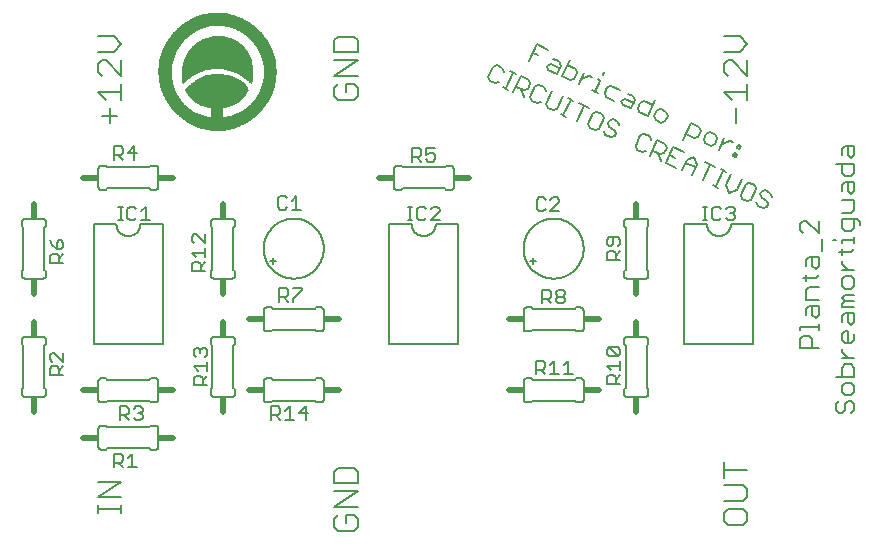
<source format=gbr>
G75*
%MOIN*%
%OFA0B0*%
%FSLAX25Y25*%
%IPPOS*%
%LPD*%
%AMOC8*
5,1,8,0,0,1.08239X$1,22.5*
%
%ADD10C,0.00500*%
%ADD11C,0.00700*%
%ADD12C,0.00600*%
%ADD13C,0.02000*%
%ADD14R,0.01500X0.02000*%
%ADD15R,0.02000X0.01500*%
%ADD16C,0.00197*%
D10*
X0084503Y0043931D02*
X0084503Y0048435D01*
X0086755Y0048435D01*
X0087506Y0047684D01*
X0087506Y0046183D01*
X0086755Y0045432D01*
X0084503Y0045432D01*
X0086005Y0045432D02*
X0087506Y0043931D01*
X0089107Y0043931D02*
X0092110Y0043931D01*
X0090609Y0043931D02*
X0090609Y0048435D01*
X0089107Y0046934D01*
X0089474Y0059679D02*
X0087973Y0061180D01*
X0088724Y0061180D02*
X0086472Y0061180D01*
X0086472Y0059679D02*
X0086472Y0064183D01*
X0088724Y0064183D01*
X0089474Y0063432D01*
X0089474Y0061931D01*
X0088724Y0061180D01*
X0091076Y0060430D02*
X0091826Y0059679D01*
X0093328Y0059679D01*
X0094078Y0060430D01*
X0094078Y0061180D01*
X0093328Y0061931D01*
X0092577Y0061931D01*
X0093328Y0061931D02*
X0094078Y0062682D01*
X0094078Y0063432D01*
X0093328Y0064183D01*
X0091826Y0064183D01*
X0091076Y0063432D01*
X0111088Y0071354D02*
X0111088Y0073606D01*
X0111838Y0074356D01*
X0113340Y0074356D01*
X0114090Y0073606D01*
X0114090Y0071354D01*
X0114090Y0072855D02*
X0115592Y0074356D01*
X0115592Y0075958D02*
X0115592Y0078960D01*
X0115592Y0077459D02*
X0111088Y0077459D01*
X0112589Y0075958D01*
X0111838Y0080562D02*
X0111088Y0081312D01*
X0111088Y0082814D01*
X0111838Y0083564D01*
X0112589Y0083564D01*
X0113340Y0082814D01*
X0114090Y0083564D01*
X0114841Y0083564D01*
X0115592Y0082814D01*
X0115592Y0081312D01*
X0114841Y0080562D01*
X0113340Y0082063D02*
X0113340Y0082814D01*
X0115592Y0071354D02*
X0111088Y0071354D01*
X0136986Y0064183D02*
X0136986Y0059679D01*
X0136986Y0061180D02*
X0139238Y0061180D01*
X0139989Y0061931D01*
X0139989Y0063432D01*
X0139238Y0064183D01*
X0136986Y0064183D01*
X0138487Y0061180D02*
X0139989Y0059679D01*
X0141590Y0059679D02*
X0144593Y0059679D01*
X0143091Y0059679D02*
X0143091Y0064183D01*
X0141590Y0062682D01*
X0146194Y0061931D02*
X0149197Y0061931D01*
X0148446Y0059679D02*
X0148446Y0064183D01*
X0146194Y0061931D01*
X0144225Y0099049D02*
X0144225Y0099800D01*
X0147228Y0102802D01*
X0147228Y0103553D01*
X0144225Y0103553D01*
X0142624Y0102802D02*
X0142624Y0101301D01*
X0141873Y0100550D01*
X0139622Y0100550D01*
X0139622Y0099049D02*
X0139622Y0103553D01*
X0141873Y0103553D01*
X0142624Y0102802D01*
X0141123Y0100550D02*
X0142624Y0099049D01*
X0114965Y0109274D02*
X0110461Y0109274D01*
X0110461Y0111526D01*
X0111212Y0112277D01*
X0112713Y0112277D01*
X0113464Y0111526D01*
X0113464Y0109274D01*
X0113464Y0110776D02*
X0114965Y0112277D01*
X0114965Y0113878D02*
X0114965Y0116881D01*
X0114965Y0115380D02*
X0110461Y0115380D01*
X0111962Y0113878D01*
X0111212Y0118482D02*
X0110461Y0119233D01*
X0110461Y0120734D01*
X0111212Y0121485D01*
X0111962Y0121485D01*
X0114965Y0118482D01*
X0114965Y0121485D01*
X0096667Y0126212D02*
X0093664Y0126212D01*
X0095165Y0126212D02*
X0095165Y0130716D01*
X0093664Y0129215D01*
X0092063Y0129965D02*
X0091312Y0130716D01*
X0089811Y0130716D01*
X0089060Y0129965D01*
X0089060Y0126963D01*
X0089811Y0126212D01*
X0091312Y0126212D01*
X0092063Y0126963D01*
X0087492Y0126212D02*
X0085991Y0126212D01*
X0086741Y0126212D02*
X0086741Y0130716D01*
X0085991Y0130716D02*
X0087492Y0130716D01*
X0067721Y0118766D02*
X0066970Y0119516D01*
X0066219Y0119516D01*
X0065469Y0118766D01*
X0065469Y0116514D01*
X0066970Y0116514D01*
X0067721Y0117264D01*
X0067721Y0118766D01*
X0065469Y0116514D02*
X0063968Y0118015D01*
X0063217Y0119516D01*
X0063968Y0114912D02*
X0063217Y0114162D01*
X0063217Y0111910D01*
X0067721Y0111910D01*
X0066219Y0111910D02*
X0066219Y0114162D01*
X0065469Y0114912D01*
X0063968Y0114912D01*
X0066219Y0113411D02*
X0067721Y0114912D01*
X0067721Y0082115D02*
X0067721Y0079112D01*
X0064718Y0082115D01*
X0063968Y0082115D01*
X0063217Y0081364D01*
X0063217Y0079863D01*
X0063968Y0079112D01*
X0063968Y0077511D02*
X0065469Y0077511D01*
X0066219Y0076760D01*
X0066219Y0074508D01*
X0066219Y0076010D02*
X0067721Y0077511D01*
X0063968Y0077511D02*
X0063217Y0076760D01*
X0063217Y0074508D01*
X0067721Y0074508D01*
X0139267Y0130467D02*
X0140018Y0129716D01*
X0141519Y0129716D01*
X0142270Y0130467D01*
X0143871Y0129716D02*
X0146874Y0129716D01*
X0145372Y0129716D02*
X0145372Y0134220D01*
X0143871Y0132719D01*
X0142270Y0133469D02*
X0141519Y0134220D01*
X0140018Y0134220D01*
X0139267Y0133469D01*
X0139267Y0130467D01*
X0182448Y0130716D02*
X0183949Y0130716D01*
X0183198Y0130716D02*
X0183198Y0126212D01*
X0182448Y0126212D02*
X0183949Y0126212D01*
X0185517Y0126963D02*
X0186267Y0126212D01*
X0187769Y0126212D01*
X0188519Y0126963D01*
X0190121Y0126212D02*
X0193123Y0129215D01*
X0193123Y0129965D01*
X0192373Y0130716D01*
X0190871Y0130716D01*
X0190121Y0129965D01*
X0188519Y0129965D02*
X0187769Y0130716D01*
X0186267Y0130716D01*
X0185517Y0129965D01*
X0185517Y0126963D01*
X0190121Y0126212D02*
X0193123Y0126212D01*
X0190803Y0145745D02*
X0189302Y0145745D01*
X0188551Y0146496D01*
X0188551Y0147997D02*
X0190053Y0148748D01*
X0190803Y0148748D01*
X0191554Y0147997D01*
X0191554Y0146496D01*
X0190803Y0145745D01*
X0188551Y0147997D02*
X0188551Y0150249D01*
X0191554Y0150249D01*
X0186950Y0149498D02*
X0186950Y0147997D01*
X0186199Y0147247D01*
X0183948Y0147247D01*
X0185449Y0147247D02*
X0186950Y0145745D01*
X0183948Y0145745D02*
X0183948Y0150249D01*
X0186199Y0150249D01*
X0186950Y0149498D01*
X0214207Y0170573D02*
X0215960Y0169756D01*
X0215083Y0170165D02*
X0217536Y0175425D01*
X0216660Y0175834D02*
X0218413Y0175016D01*
X0220164Y0174200D02*
X0222794Y0172973D01*
X0223262Y0171688D01*
X0222445Y0169934D01*
X0221159Y0169466D01*
X0218529Y0170693D01*
X0220282Y0169875D02*
X0221218Y0167304D01*
X0223377Y0167365D02*
X0223845Y0166079D01*
X0225598Y0165262D01*
X0226884Y0165729D01*
X0228634Y0164913D02*
X0229102Y0163628D01*
X0230855Y0162810D01*
X0232141Y0163278D01*
X0234185Y0167662D01*
X0235935Y0166846D02*
X0237688Y0166028D01*
X0236811Y0166437D02*
X0234358Y0161177D01*
X0233482Y0161585D02*
X0235235Y0160768D01*
X0238740Y0159134D02*
X0241193Y0164394D01*
X0242946Y0163576D02*
X0239439Y0165212D01*
X0244287Y0161884D02*
X0242652Y0158377D01*
X0243120Y0157091D01*
X0244873Y0156274D01*
X0246159Y0156741D01*
X0247794Y0160248D01*
X0247326Y0161534D01*
X0245573Y0162352D01*
X0244287Y0161884D01*
X0249544Y0159432D02*
X0249135Y0158556D01*
X0249603Y0157270D01*
X0251356Y0156452D01*
X0251824Y0155167D01*
X0251415Y0154290D01*
X0250130Y0153822D01*
X0248376Y0154640D01*
X0247909Y0155925D01*
X0249544Y0159432D02*
X0250829Y0159900D01*
X0252583Y0159083D01*
X0253051Y0157797D01*
X0256901Y0163460D02*
X0254134Y0164750D01*
X0253642Y0166102D01*
X0254994Y0166594D01*
X0257761Y0165304D01*
X0258191Y0166226D02*
X0256901Y0163460D01*
X0259150Y0163534D02*
X0260010Y0165378D01*
X0261362Y0165870D01*
X0264129Y0164580D01*
X0264989Y0166425D02*
X0262409Y0160892D01*
X0259642Y0162182D01*
X0259150Y0163534D01*
X0258191Y0166226D02*
X0257699Y0167579D01*
X0255854Y0168439D01*
X0253113Y0169717D02*
X0250346Y0171007D01*
X0248994Y0170515D01*
X0248134Y0168671D01*
X0248626Y0167318D01*
X0251393Y0166028D01*
X0245877Y0168601D02*
X0244032Y0169461D01*
X0244955Y0169031D02*
X0246675Y0172719D01*
X0245752Y0173149D01*
X0243929Y0174000D02*
X0243007Y0174430D01*
X0240303Y0173445D01*
X0239443Y0171601D02*
X0241163Y0175290D01*
X0238914Y0175216D02*
X0238421Y0176568D01*
X0235655Y0177858D01*
X0236515Y0179702D02*
X0233935Y0174169D01*
X0236701Y0172879D01*
X0238054Y0173371D01*
X0238914Y0175216D01*
X0232976Y0176862D02*
X0230209Y0178152D01*
X0228857Y0177660D01*
X0229349Y0176307D01*
X0232116Y0175017D01*
X0233406Y0177784D01*
X0232914Y0179136D01*
X0231069Y0179996D01*
X0229188Y0183119D02*
X0225499Y0184839D01*
X0222919Y0179306D01*
X0224209Y0182072D02*
X0226054Y0181212D01*
X0220164Y0174200D02*
X0217711Y0168939D01*
X0212866Y0172266D02*
X0211580Y0171798D01*
X0209827Y0172616D01*
X0209359Y0173901D01*
X0210994Y0177408D01*
X0212280Y0177876D01*
X0214033Y0177059D01*
X0214501Y0175773D01*
X0225012Y0170872D02*
X0223377Y0167365D01*
X0226298Y0171340D02*
X0228051Y0170522D01*
X0228519Y0169236D01*
X0230678Y0169297D02*
X0228634Y0164913D01*
X0226298Y0171340D02*
X0225012Y0170872D01*
X0247535Y0174564D02*
X0247965Y0175486D01*
X0265518Y0162810D02*
X0264658Y0160966D01*
X0265150Y0159613D01*
X0266994Y0158753D01*
X0268346Y0159245D01*
X0269206Y0161090D01*
X0268714Y0162442D01*
X0266870Y0163302D01*
X0265518Y0162810D01*
X0261343Y0154998D02*
X0260057Y0154530D01*
X0258422Y0151023D01*
X0258890Y0149737D01*
X0260643Y0148920D01*
X0261929Y0149388D01*
X0264088Y0149448D02*
X0266718Y0148222D01*
X0268003Y0148690D01*
X0268821Y0150443D01*
X0268353Y0151729D01*
X0265723Y0152955D01*
X0263270Y0147695D01*
X0265841Y0148631D02*
X0266777Y0146060D01*
X0268527Y0145244D02*
X0272034Y0143608D01*
X0273784Y0142792D02*
X0275419Y0146299D01*
X0277990Y0147235D01*
X0278926Y0144664D01*
X0277290Y0141157D01*
X0280794Y0139523D02*
X0283247Y0144784D01*
X0281493Y0145601D02*
X0285000Y0143966D01*
X0286750Y0143150D02*
X0288504Y0142332D01*
X0287627Y0142741D02*
X0285174Y0137481D01*
X0284297Y0137890D02*
X0286051Y0137072D01*
X0288619Y0138009D02*
X0289555Y0135438D01*
X0292126Y0136374D01*
X0293762Y0139881D01*
X0295103Y0138188D02*
X0293467Y0134681D01*
X0293935Y0133395D01*
X0295689Y0132578D01*
X0296974Y0133046D01*
X0298609Y0136553D01*
X0298142Y0137838D01*
X0296388Y0138656D01*
X0295103Y0138188D01*
X0290255Y0141516D02*
X0288619Y0138009D01*
X0298724Y0132230D02*
X0299192Y0130944D01*
X0300945Y0130127D01*
X0302231Y0130594D01*
X0302640Y0131471D01*
X0302172Y0132757D01*
X0300418Y0133574D01*
X0299951Y0134860D01*
X0300359Y0135737D01*
X0301645Y0136205D01*
X0303398Y0135387D01*
X0303866Y0134101D01*
X0313327Y0125100D02*
X0314344Y0126118D01*
X0315362Y0126118D01*
X0319432Y0122048D01*
X0319432Y0126118D01*
X0313327Y0125100D02*
X0313327Y0123065D01*
X0314344Y0122048D01*
X0320449Y0120040D02*
X0320449Y0115970D01*
X0319432Y0113963D02*
X0319432Y0110911D01*
X0318414Y0109893D01*
X0317397Y0110911D01*
X0317397Y0113963D01*
X0316379Y0113963D02*
X0319432Y0113963D01*
X0316379Y0113963D02*
X0315362Y0112946D01*
X0315362Y0110911D01*
X0315362Y0107877D02*
X0315362Y0105842D01*
X0314344Y0106859D02*
X0318414Y0106859D01*
X0319432Y0107877D01*
X0319432Y0103835D02*
X0316379Y0103835D01*
X0315362Y0102817D01*
X0315362Y0099764D01*
X0319432Y0099764D01*
X0319432Y0097757D02*
X0316379Y0097757D01*
X0315362Y0096740D01*
X0315362Y0094705D01*
X0317397Y0094705D02*
X0317397Y0097757D01*
X0319432Y0097757D02*
X0319432Y0094705D01*
X0318414Y0093687D01*
X0317397Y0094705D01*
X0319432Y0091671D02*
X0319432Y0089636D01*
X0319432Y0090653D02*
X0313327Y0090653D01*
X0313327Y0089636D01*
X0314344Y0087629D02*
X0316379Y0087629D01*
X0317397Y0086611D01*
X0317397Y0083559D01*
X0319432Y0083559D02*
X0313327Y0083559D01*
X0313327Y0086611D01*
X0314344Y0087629D01*
X0327173Y0088254D02*
X0327173Y0086219D01*
X0328190Y0085201D01*
X0330225Y0085201D01*
X0331243Y0086219D01*
X0331243Y0088254D01*
X0329208Y0089271D02*
X0329208Y0085201D01*
X0327173Y0083189D02*
X0327173Y0082172D01*
X0329208Y0080137D01*
X0331243Y0080137D02*
X0327173Y0080137D01*
X0328190Y0078130D02*
X0327173Y0077112D01*
X0327173Y0074059D01*
X0325138Y0074059D02*
X0331243Y0074059D01*
X0331243Y0077112D01*
X0330225Y0078130D01*
X0328190Y0078130D01*
X0328190Y0072052D02*
X0327173Y0071035D01*
X0327173Y0069000D01*
X0328190Y0067982D01*
X0330225Y0067982D01*
X0331243Y0069000D01*
X0331243Y0071035D01*
X0330225Y0072052D01*
X0328190Y0072052D01*
X0329208Y0065975D02*
X0330225Y0065975D01*
X0331243Y0064958D01*
X0331243Y0062923D01*
X0330225Y0061905D01*
X0328190Y0062923D02*
X0328190Y0064958D01*
X0329208Y0065975D01*
X0326155Y0065975D02*
X0325138Y0064958D01*
X0325138Y0062923D01*
X0326155Y0061905D01*
X0327173Y0061905D01*
X0328190Y0062923D01*
X0327173Y0088254D02*
X0328190Y0089271D01*
X0329208Y0089271D01*
X0330225Y0091278D02*
X0329208Y0092296D01*
X0329208Y0095348D01*
X0328190Y0095348D02*
X0331243Y0095348D01*
X0331243Y0092296D01*
X0330225Y0091278D01*
X0327173Y0092296D02*
X0327173Y0094331D01*
X0328190Y0095348D01*
X0327173Y0097355D02*
X0327173Y0098373D01*
X0328190Y0099390D01*
X0327173Y0100408D01*
X0328190Y0101426D01*
X0331243Y0101426D01*
X0331243Y0099390D02*
X0328190Y0099390D01*
X0327173Y0097355D02*
X0331243Y0097355D01*
X0330225Y0103433D02*
X0331243Y0104450D01*
X0331243Y0106485D01*
X0330225Y0107503D01*
X0328190Y0107503D01*
X0327173Y0106485D01*
X0327173Y0104450D01*
X0328190Y0103433D01*
X0330225Y0103433D01*
X0329208Y0109510D02*
X0327173Y0111545D01*
X0327173Y0112562D01*
X0327173Y0114574D02*
X0327173Y0116609D01*
X0326155Y0115592D02*
X0330225Y0115592D01*
X0331243Y0116609D01*
X0331243Y0118626D02*
X0331243Y0120661D01*
X0331243Y0119643D02*
X0327173Y0119643D01*
X0327173Y0118626D01*
X0325138Y0119643D02*
X0324120Y0119643D01*
X0327173Y0123695D02*
X0328190Y0122677D01*
X0330225Y0122677D01*
X0331243Y0123695D01*
X0331243Y0126747D01*
X0332260Y0126747D02*
X0327173Y0126747D01*
X0327173Y0123695D01*
X0327173Y0128754D02*
X0330225Y0128754D01*
X0331243Y0129772D01*
X0331243Y0132824D01*
X0327173Y0132824D01*
X0327173Y0135849D02*
X0327173Y0137884D01*
X0328190Y0138902D01*
X0331243Y0138902D01*
X0331243Y0135849D01*
X0330225Y0134831D01*
X0329208Y0135849D01*
X0329208Y0138902D01*
X0330225Y0140909D02*
X0328190Y0140909D01*
X0327173Y0141926D01*
X0327173Y0144979D01*
X0325138Y0144979D02*
X0331243Y0144979D01*
X0331243Y0141926D01*
X0330225Y0140909D01*
X0330225Y0146986D02*
X0329208Y0148003D01*
X0329208Y0151056D01*
X0328190Y0151056D02*
X0331243Y0151056D01*
X0331243Y0148003D01*
X0330225Y0146986D01*
X0327173Y0148003D02*
X0327173Y0150038D01*
X0328190Y0151056D01*
X0293491Y0150889D02*
X0293061Y0149966D01*
X0292139Y0150396D01*
X0292569Y0151319D01*
X0293491Y0150889D01*
X0290745Y0152169D02*
X0289823Y0152599D01*
X0287119Y0151614D01*
X0286259Y0149770D02*
X0287979Y0153459D01*
X0285730Y0153385D02*
X0285238Y0154737D01*
X0283393Y0155597D01*
X0282041Y0155105D01*
X0281181Y0153261D01*
X0281673Y0151908D01*
X0283518Y0151048D01*
X0284870Y0151540D01*
X0285730Y0153385D01*
X0280222Y0155953D02*
X0279730Y0157305D01*
X0276963Y0158595D01*
X0274383Y0153062D01*
X0275243Y0154907D02*
X0278010Y0153617D01*
X0279362Y0154109D01*
X0280222Y0155953D01*
X0274487Y0148869D02*
X0270980Y0150504D01*
X0268527Y0145244D01*
X0269753Y0147874D02*
X0271507Y0147056D01*
X0275010Y0145422D02*
X0278517Y0143787D01*
X0290849Y0147630D02*
X0291279Y0148552D01*
X0292201Y0148122D01*
X0291771Y0147200D01*
X0290849Y0147630D01*
X0290798Y0130716D02*
X0291548Y0129965D01*
X0291548Y0129215D01*
X0290798Y0128464D01*
X0291548Y0127713D01*
X0291548Y0126963D01*
X0290798Y0126212D01*
X0289297Y0126212D01*
X0288546Y0126963D01*
X0286945Y0126963D02*
X0286194Y0126212D01*
X0284693Y0126212D01*
X0283942Y0126963D01*
X0283942Y0129965D01*
X0284693Y0130716D01*
X0286194Y0130716D01*
X0286945Y0129965D01*
X0288546Y0129965D02*
X0289297Y0130716D01*
X0290798Y0130716D01*
X0290798Y0128464D02*
X0290047Y0128464D01*
X0282374Y0126212D02*
X0280873Y0126212D01*
X0281623Y0126212D02*
X0281623Y0130716D01*
X0280873Y0130716D02*
X0282374Y0130716D01*
X0253308Y0119785D02*
X0253308Y0118283D01*
X0252557Y0117533D01*
X0251056Y0118283D02*
X0251056Y0120535D01*
X0252557Y0120535D02*
X0249555Y0120535D01*
X0248804Y0119785D01*
X0248804Y0118283D01*
X0249555Y0117533D01*
X0250306Y0117533D01*
X0251056Y0118283D01*
X0251056Y0115931D02*
X0249555Y0115931D01*
X0248804Y0115181D01*
X0248804Y0112929D01*
X0253308Y0112929D01*
X0251807Y0112929D02*
X0251807Y0115181D01*
X0251056Y0115931D01*
X0251807Y0114430D02*
X0253308Y0115931D01*
X0253308Y0119785D02*
X0252557Y0120535D01*
X0233055Y0129283D02*
X0230052Y0129283D01*
X0233055Y0132286D01*
X0233055Y0133036D01*
X0232304Y0133787D01*
X0230803Y0133787D01*
X0230052Y0133036D01*
X0228451Y0133036D02*
X0227700Y0133787D01*
X0226199Y0133787D01*
X0225448Y0133036D01*
X0225448Y0130034D01*
X0226199Y0129283D01*
X0227700Y0129283D01*
X0228451Y0130034D01*
X0261343Y0154998D02*
X0263096Y0154180D01*
X0263564Y0152894D01*
X0327173Y0109510D02*
X0331243Y0109510D01*
X0333278Y0124712D02*
X0333278Y0125730D01*
X0332260Y0126747D01*
X0253308Y0083050D02*
X0253308Y0081549D01*
X0252557Y0080798D01*
X0249555Y0083801D01*
X0252557Y0083801D01*
X0253308Y0083050D01*
X0252557Y0080798D02*
X0249555Y0080798D01*
X0248804Y0081549D01*
X0248804Y0083050D01*
X0249555Y0083801D01*
X0253308Y0079197D02*
X0253308Y0076194D01*
X0253308Y0077695D02*
X0248804Y0077695D01*
X0250306Y0076194D01*
X0251056Y0074593D02*
X0249555Y0074593D01*
X0248804Y0073842D01*
X0248804Y0071590D01*
X0253308Y0071590D01*
X0251807Y0071590D02*
X0251807Y0073842D01*
X0251056Y0074593D01*
X0251807Y0073091D02*
X0253308Y0074593D01*
X0237496Y0074879D02*
X0234494Y0074879D01*
X0235995Y0074879D02*
X0235995Y0079383D01*
X0234494Y0077882D01*
X0231391Y0079383D02*
X0231391Y0074879D01*
X0229890Y0074879D02*
X0232893Y0074879D01*
X0229890Y0077882D02*
X0231391Y0079383D01*
X0228289Y0078632D02*
X0228289Y0077131D01*
X0227538Y0076380D01*
X0225286Y0076380D01*
X0225286Y0074879D02*
X0225286Y0079383D01*
X0227538Y0079383D01*
X0228289Y0078632D01*
X0226787Y0076380D02*
X0228289Y0074879D01*
X0227255Y0098501D02*
X0227255Y0103005D01*
X0229507Y0103005D01*
X0230257Y0102254D01*
X0230257Y0100753D01*
X0229507Y0100002D01*
X0227255Y0100002D01*
X0228756Y0100002D02*
X0230257Y0098501D01*
X0231859Y0099252D02*
X0231859Y0100002D01*
X0232609Y0100753D01*
X0234110Y0100753D01*
X0234861Y0100002D01*
X0234861Y0099252D01*
X0234110Y0098501D01*
X0232609Y0098501D01*
X0231859Y0099252D01*
X0232609Y0100753D02*
X0231859Y0101504D01*
X0231859Y0102254D01*
X0232609Y0103005D01*
X0234110Y0103005D01*
X0234861Y0102254D01*
X0234861Y0101504D01*
X0234110Y0100753D01*
X0092110Y0148545D02*
X0089107Y0148545D01*
X0091359Y0150797D01*
X0091359Y0146293D01*
X0087506Y0146293D02*
X0086005Y0147795D01*
X0086755Y0147795D02*
X0084503Y0147795D01*
X0084503Y0146293D02*
X0084503Y0150797D01*
X0086755Y0150797D01*
X0087506Y0150047D01*
X0087506Y0148545D01*
X0086755Y0147795D01*
D11*
X0079142Y0031176D02*
X0079142Y0028541D01*
X0079142Y0029858D02*
X0087048Y0029858D01*
X0087048Y0028541D02*
X0087048Y0031176D01*
X0087048Y0033820D02*
X0079142Y0033820D01*
X0087048Y0039091D01*
X0079142Y0039091D01*
X0157882Y0038473D02*
X0157882Y0042426D01*
X0159199Y0043744D01*
X0164471Y0043744D01*
X0165788Y0042426D01*
X0165788Y0038473D01*
X0157882Y0038473D01*
X0157882Y0035825D02*
X0165788Y0035825D01*
X0157882Y0030554D01*
X0165788Y0030554D01*
X0164471Y0027906D02*
X0161835Y0027906D01*
X0161835Y0025271D01*
X0159199Y0027906D02*
X0157882Y0026588D01*
X0157882Y0023953D01*
X0159199Y0022635D01*
X0164471Y0022635D01*
X0165788Y0023953D01*
X0165788Y0026588D01*
X0164471Y0027906D01*
X0287803Y0028557D02*
X0287803Y0025921D01*
X0289121Y0024604D01*
X0294392Y0024604D01*
X0295710Y0025921D01*
X0295710Y0028557D01*
X0294392Y0029875D01*
X0289121Y0029875D01*
X0287803Y0028557D01*
X0287803Y0032522D02*
X0294392Y0032522D01*
X0295710Y0033840D01*
X0295710Y0036476D01*
X0294392Y0037793D01*
X0287803Y0037793D01*
X0287803Y0040441D02*
X0287803Y0045712D01*
X0287803Y0043077D02*
X0295710Y0043077D01*
X0291756Y0158462D02*
X0291756Y0163733D01*
X0290439Y0166381D02*
X0287803Y0169016D01*
X0295710Y0169016D01*
X0295710Y0166381D02*
X0295710Y0171652D01*
X0295710Y0174299D02*
X0290439Y0179570D01*
X0289121Y0179570D01*
X0287803Y0178253D01*
X0287803Y0175617D01*
X0289121Y0174299D01*
X0295710Y0174299D02*
X0295710Y0179570D01*
X0293074Y0182218D02*
X0295710Y0184854D01*
X0293074Y0187489D01*
X0287803Y0187489D01*
X0287803Y0182218D02*
X0293074Y0182218D01*
X0165788Y0182173D02*
X0165788Y0186127D01*
X0164471Y0187445D01*
X0159199Y0187445D01*
X0157882Y0186127D01*
X0157882Y0182173D01*
X0165788Y0182173D01*
X0165788Y0179526D02*
X0157882Y0179526D01*
X0157882Y0174255D02*
X0165788Y0179526D01*
X0165788Y0174255D02*
X0157882Y0174255D01*
X0159199Y0171607D02*
X0157882Y0170289D01*
X0157882Y0167654D01*
X0159199Y0166336D01*
X0164471Y0166336D01*
X0165788Y0167654D01*
X0165788Y0170289D01*
X0164471Y0171607D01*
X0161835Y0171607D01*
X0161835Y0168971D01*
X0087048Y0169016D02*
X0079142Y0169016D01*
X0081777Y0166381D01*
X0087048Y0166381D02*
X0087048Y0171652D01*
X0087048Y0174299D02*
X0081777Y0179570D01*
X0080459Y0179570D01*
X0079142Y0178253D01*
X0079142Y0175617D01*
X0080459Y0174299D01*
X0087048Y0174299D02*
X0087048Y0179570D01*
X0084413Y0182218D02*
X0087048Y0184854D01*
X0084413Y0187489D01*
X0079142Y0187489D01*
X0079142Y0182218D02*
X0084413Y0182218D01*
X0083095Y0163733D02*
X0083095Y0158462D01*
X0085730Y0161097D02*
X0080459Y0161097D01*
D12*
X0080367Y0144395D02*
X0081867Y0144395D01*
X0082367Y0143895D01*
X0096367Y0143895D01*
X0096867Y0144395D01*
X0098367Y0144395D01*
X0098427Y0144393D01*
X0098488Y0144388D01*
X0098547Y0144379D01*
X0098606Y0144366D01*
X0098665Y0144350D01*
X0098722Y0144330D01*
X0098777Y0144307D01*
X0098832Y0144280D01*
X0098884Y0144251D01*
X0098935Y0144218D01*
X0098984Y0144182D01*
X0099030Y0144144D01*
X0099074Y0144102D01*
X0099116Y0144058D01*
X0099154Y0144012D01*
X0099190Y0143963D01*
X0099223Y0143912D01*
X0099252Y0143860D01*
X0099279Y0143805D01*
X0099302Y0143750D01*
X0099322Y0143693D01*
X0099338Y0143634D01*
X0099351Y0143575D01*
X0099360Y0143516D01*
X0099365Y0143455D01*
X0099367Y0143395D01*
X0099367Y0137395D01*
X0099365Y0137335D01*
X0099360Y0137274D01*
X0099351Y0137215D01*
X0099338Y0137156D01*
X0099322Y0137097D01*
X0099302Y0137040D01*
X0099279Y0136985D01*
X0099252Y0136930D01*
X0099223Y0136878D01*
X0099190Y0136827D01*
X0099154Y0136778D01*
X0099116Y0136732D01*
X0099074Y0136688D01*
X0099030Y0136646D01*
X0098984Y0136608D01*
X0098935Y0136572D01*
X0098884Y0136539D01*
X0098832Y0136510D01*
X0098777Y0136483D01*
X0098722Y0136460D01*
X0098665Y0136440D01*
X0098606Y0136424D01*
X0098547Y0136411D01*
X0098488Y0136402D01*
X0098427Y0136397D01*
X0098367Y0136395D01*
X0096867Y0136395D01*
X0096367Y0136895D01*
X0082367Y0136895D01*
X0081867Y0136395D01*
X0080367Y0136395D01*
X0080307Y0136397D01*
X0080246Y0136402D01*
X0080187Y0136411D01*
X0080128Y0136424D01*
X0080069Y0136440D01*
X0080012Y0136460D01*
X0079957Y0136483D01*
X0079902Y0136510D01*
X0079850Y0136539D01*
X0079799Y0136572D01*
X0079750Y0136608D01*
X0079704Y0136646D01*
X0079660Y0136688D01*
X0079618Y0136732D01*
X0079580Y0136778D01*
X0079544Y0136827D01*
X0079511Y0136878D01*
X0079482Y0136930D01*
X0079455Y0136985D01*
X0079432Y0137040D01*
X0079412Y0137097D01*
X0079396Y0137156D01*
X0079383Y0137215D01*
X0079374Y0137274D01*
X0079369Y0137335D01*
X0079367Y0137395D01*
X0079367Y0143395D01*
X0079369Y0143455D01*
X0079374Y0143516D01*
X0079383Y0143575D01*
X0079396Y0143634D01*
X0079412Y0143693D01*
X0079432Y0143750D01*
X0079455Y0143805D01*
X0079482Y0143860D01*
X0079511Y0143912D01*
X0079544Y0143963D01*
X0079580Y0144012D01*
X0079618Y0144058D01*
X0079660Y0144102D01*
X0079704Y0144144D01*
X0079750Y0144182D01*
X0079799Y0144218D01*
X0079850Y0144251D01*
X0079902Y0144280D01*
X0079957Y0144307D01*
X0080012Y0144330D01*
X0080069Y0144350D01*
X0080128Y0144366D01*
X0080187Y0144379D01*
X0080246Y0144388D01*
X0080307Y0144393D01*
X0080367Y0144395D01*
X0061871Y0125773D02*
X0061871Y0124273D01*
X0061371Y0123773D01*
X0061371Y0109773D01*
X0061871Y0109273D01*
X0061871Y0107773D01*
X0061869Y0107713D01*
X0061864Y0107652D01*
X0061855Y0107593D01*
X0061842Y0107534D01*
X0061826Y0107475D01*
X0061806Y0107418D01*
X0061783Y0107363D01*
X0061756Y0107308D01*
X0061727Y0107256D01*
X0061694Y0107205D01*
X0061658Y0107156D01*
X0061620Y0107110D01*
X0061578Y0107066D01*
X0061534Y0107024D01*
X0061488Y0106986D01*
X0061439Y0106950D01*
X0061388Y0106917D01*
X0061336Y0106888D01*
X0061281Y0106861D01*
X0061226Y0106838D01*
X0061169Y0106818D01*
X0061110Y0106802D01*
X0061051Y0106789D01*
X0060992Y0106780D01*
X0060931Y0106775D01*
X0060871Y0106773D01*
X0054871Y0106773D01*
X0054811Y0106775D01*
X0054750Y0106780D01*
X0054691Y0106789D01*
X0054632Y0106802D01*
X0054573Y0106818D01*
X0054516Y0106838D01*
X0054461Y0106861D01*
X0054406Y0106888D01*
X0054354Y0106917D01*
X0054303Y0106950D01*
X0054254Y0106986D01*
X0054208Y0107024D01*
X0054164Y0107066D01*
X0054122Y0107110D01*
X0054084Y0107156D01*
X0054048Y0107205D01*
X0054015Y0107256D01*
X0053986Y0107308D01*
X0053959Y0107363D01*
X0053936Y0107418D01*
X0053916Y0107475D01*
X0053900Y0107534D01*
X0053887Y0107593D01*
X0053878Y0107652D01*
X0053873Y0107713D01*
X0053871Y0107773D01*
X0053871Y0109273D01*
X0054371Y0109773D01*
X0054371Y0123773D01*
X0053871Y0124273D01*
X0053871Y0125773D01*
X0053873Y0125833D01*
X0053878Y0125894D01*
X0053887Y0125953D01*
X0053900Y0126012D01*
X0053916Y0126071D01*
X0053936Y0126128D01*
X0053959Y0126183D01*
X0053986Y0126238D01*
X0054015Y0126290D01*
X0054048Y0126341D01*
X0054084Y0126390D01*
X0054122Y0126436D01*
X0054164Y0126480D01*
X0054208Y0126522D01*
X0054254Y0126560D01*
X0054303Y0126596D01*
X0054354Y0126629D01*
X0054406Y0126658D01*
X0054461Y0126685D01*
X0054516Y0126708D01*
X0054573Y0126728D01*
X0054632Y0126744D01*
X0054691Y0126757D01*
X0054750Y0126766D01*
X0054811Y0126771D01*
X0054871Y0126773D01*
X0060871Y0126773D01*
X0060931Y0126771D01*
X0060992Y0126766D01*
X0061051Y0126757D01*
X0061110Y0126744D01*
X0061169Y0126728D01*
X0061226Y0126708D01*
X0061281Y0126685D01*
X0061336Y0126658D01*
X0061388Y0126629D01*
X0061439Y0126596D01*
X0061488Y0126560D01*
X0061534Y0126522D01*
X0061578Y0126480D01*
X0061620Y0126436D01*
X0061658Y0126390D01*
X0061694Y0126341D01*
X0061727Y0126290D01*
X0061756Y0126238D01*
X0061783Y0126183D01*
X0061806Y0126128D01*
X0061826Y0126071D01*
X0061842Y0126012D01*
X0061855Y0125953D01*
X0061864Y0125894D01*
X0061869Y0125833D01*
X0061871Y0125773D01*
X0077867Y0124962D02*
X0085367Y0124962D01*
X0085369Y0124836D01*
X0085375Y0124711D01*
X0085385Y0124586D01*
X0085399Y0124461D01*
X0085416Y0124336D01*
X0085438Y0124212D01*
X0085463Y0124089D01*
X0085493Y0123967D01*
X0085526Y0123846D01*
X0085563Y0123726D01*
X0085603Y0123607D01*
X0085648Y0123490D01*
X0085696Y0123373D01*
X0085748Y0123259D01*
X0085803Y0123146D01*
X0085862Y0123035D01*
X0085924Y0122926D01*
X0085990Y0122819D01*
X0086059Y0122714D01*
X0086131Y0122611D01*
X0086206Y0122510D01*
X0086285Y0122412D01*
X0086367Y0122317D01*
X0086451Y0122224D01*
X0086539Y0122134D01*
X0086629Y0122046D01*
X0086722Y0121962D01*
X0086817Y0121880D01*
X0086915Y0121801D01*
X0087016Y0121726D01*
X0087119Y0121654D01*
X0087224Y0121585D01*
X0087331Y0121519D01*
X0087440Y0121457D01*
X0087551Y0121398D01*
X0087664Y0121343D01*
X0087778Y0121291D01*
X0087895Y0121243D01*
X0088012Y0121198D01*
X0088131Y0121158D01*
X0088251Y0121121D01*
X0088372Y0121088D01*
X0088494Y0121058D01*
X0088617Y0121033D01*
X0088741Y0121011D01*
X0088866Y0120994D01*
X0088991Y0120980D01*
X0089116Y0120970D01*
X0089241Y0120964D01*
X0089367Y0120962D01*
X0089493Y0120964D01*
X0089618Y0120970D01*
X0089743Y0120980D01*
X0089868Y0120994D01*
X0089993Y0121011D01*
X0090117Y0121033D01*
X0090240Y0121058D01*
X0090362Y0121088D01*
X0090483Y0121121D01*
X0090603Y0121158D01*
X0090722Y0121198D01*
X0090839Y0121243D01*
X0090956Y0121291D01*
X0091070Y0121343D01*
X0091183Y0121398D01*
X0091294Y0121457D01*
X0091403Y0121519D01*
X0091510Y0121585D01*
X0091615Y0121654D01*
X0091718Y0121726D01*
X0091819Y0121801D01*
X0091917Y0121880D01*
X0092012Y0121962D01*
X0092105Y0122046D01*
X0092195Y0122134D01*
X0092283Y0122224D01*
X0092367Y0122317D01*
X0092449Y0122412D01*
X0092528Y0122510D01*
X0092603Y0122611D01*
X0092675Y0122714D01*
X0092744Y0122819D01*
X0092810Y0122926D01*
X0092872Y0123035D01*
X0092931Y0123146D01*
X0092986Y0123259D01*
X0093038Y0123373D01*
X0093086Y0123490D01*
X0093131Y0123607D01*
X0093171Y0123726D01*
X0093208Y0123846D01*
X0093241Y0123967D01*
X0093271Y0124089D01*
X0093296Y0124212D01*
X0093318Y0124336D01*
X0093335Y0124461D01*
X0093349Y0124586D01*
X0093359Y0124711D01*
X0093365Y0124836D01*
X0093367Y0124962D01*
X0100867Y0124962D01*
X0100867Y0084962D01*
X0077867Y0084962D01*
X0077867Y0124962D01*
X0116863Y0124273D02*
X0117363Y0123773D01*
X0117363Y0109773D01*
X0116863Y0109273D01*
X0116863Y0107773D01*
X0116865Y0107713D01*
X0116870Y0107652D01*
X0116879Y0107593D01*
X0116892Y0107534D01*
X0116908Y0107475D01*
X0116928Y0107418D01*
X0116951Y0107363D01*
X0116978Y0107308D01*
X0117007Y0107256D01*
X0117040Y0107205D01*
X0117076Y0107156D01*
X0117114Y0107110D01*
X0117156Y0107066D01*
X0117200Y0107024D01*
X0117246Y0106986D01*
X0117295Y0106950D01*
X0117346Y0106917D01*
X0117398Y0106888D01*
X0117453Y0106861D01*
X0117508Y0106838D01*
X0117565Y0106818D01*
X0117624Y0106802D01*
X0117683Y0106789D01*
X0117742Y0106780D01*
X0117803Y0106775D01*
X0117863Y0106773D01*
X0123863Y0106773D01*
X0123923Y0106775D01*
X0123984Y0106780D01*
X0124043Y0106789D01*
X0124102Y0106802D01*
X0124161Y0106818D01*
X0124218Y0106838D01*
X0124273Y0106861D01*
X0124328Y0106888D01*
X0124380Y0106917D01*
X0124431Y0106950D01*
X0124480Y0106986D01*
X0124526Y0107024D01*
X0124570Y0107066D01*
X0124612Y0107110D01*
X0124650Y0107156D01*
X0124686Y0107205D01*
X0124719Y0107256D01*
X0124748Y0107308D01*
X0124775Y0107363D01*
X0124798Y0107418D01*
X0124818Y0107475D01*
X0124834Y0107534D01*
X0124847Y0107593D01*
X0124856Y0107652D01*
X0124861Y0107713D01*
X0124863Y0107773D01*
X0124863Y0109273D01*
X0124363Y0109773D01*
X0124363Y0123773D01*
X0124863Y0124273D01*
X0124863Y0125773D01*
X0124861Y0125833D01*
X0124856Y0125894D01*
X0124847Y0125953D01*
X0124834Y0126012D01*
X0124818Y0126071D01*
X0124798Y0126128D01*
X0124775Y0126183D01*
X0124748Y0126238D01*
X0124719Y0126290D01*
X0124686Y0126341D01*
X0124650Y0126390D01*
X0124612Y0126436D01*
X0124570Y0126480D01*
X0124526Y0126522D01*
X0124480Y0126560D01*
X0124431Y0126596D01*
X0124380Y0126629D01*
X0124328Y0126658D01*
X0124273Y0126685D01*
X0124218Y0126708D01*
X0124161Y0126728D01*
X0124102Y0126744D01*
X0124043Y0126757D01*
X0123984Y0126766D01*
X0123923Y0126771D01*
X0123863Y0126773D01*
X0117863Y0126773D01*
X0117803Y0126771D01*
X0117742Y0126766D01*
X0117683Y0126757D01*
X0117624Y0126744D01*
X0117565Y0126728D01*
X0117508Y0126708D01*
X0117453Y0126685D01*
X0117398Y0126658D01*
X0117346Y0126629D01*
X0117295Y0126596D01*
X0117246Y0126560D01*
X0117200Y0126522D01*
X0117156Y0126480D01*
X0117114Y0126436D01*
X0117076Y0126390D01*
X0117040Y0126341D01*
X0117007Y0126290D01*
X0116978Y0126238D01*
X0116951Y0126183D01*
X0116928Y0126128D01*
X0116908Y0126071D01*
X0116892Y0126012D01*
X0116879Y0125953D01*
X0116870Y0125894D01*
X0116865Y0125833D01*
X0116863Y0125773D01*
X0116863Y0124273D01*
X0136485Y0112773D02*
X0138485Y0112773D01*
X0137485Y0111773D02*
X0137485Y0113773D01*
X0134485Y0116773D02*
X0134488Y0117018D01*
X0134497Y0117264D01*
X0134512Y0117509D01*
X0134533Y0117753D01*
X0134560Y0117997D01*
X0134593Y0118240D01*
X0134632Y0118483D01*
X0134677Y0118724D01*
X0134728Y0118964D01*
X0134785Y0119203D01*
X0134847Y0119440D01*
X0134916Y0119676D01*
X0134990Y0119910D01*
X0135070Y0120142D01*
X0135155Y0120372D01*
X0135246Y0120600D01*
X0135343Y0120825D01*
X0135445Y0121049D01*
X0135553Y0121269D01*
X0135666Y0121487D01*
X0135784Y0121702D01*
X0135908Y0121914D01*
X0136036Y0122123D01*
X0136170Y0122329D01*
X0136309Y0122531D01*
X0136453Y0122730D01*
X0136602Y0122925D01*
X0136755Y0123117D01*
X0136913Y0123305D01*
X0137075Y0123489D01*
X0137243Y0123668D01*
X0137414Y0123844D01*
X0137590Y0124015D01*
X0137769Y0124183D01*
X0137953Y0124345D01*
X0138141Y0124503D01*
X0138333Y0124656D01*
X0138528Y0124805D01*
X0138727Y0124949D01*
X0138929Y0125088D01*
X0139135Y0125222D01*
X0139344Y0125350D01*
X0139556Y0125474D01*
X0139771Y0125592D01*
X0139989Y0125705D01*
X0140209Y0125813D01*
X0140433Y0125915D01*
X0140658Y0126012D01*
X0140886Y0126103D01*
X0141116Y0126188D01*
X0141348Y0126268D01*
X0141582Y0126342D01*
X0141818Y0126411D01*
X0142055Y0126473D01*
X0142294Y0126530D01*
X0142534Y0126581D01*
X0142775Y0126626D01*
X0143018Y0126665D01*
X0143261Y0126698D01*
X0143505Y0126725D01*
X0143749Y0126746D01*
X0143994Y0126761D01*
X0144240Y0126770D01*
X0144485Y0126773D01*
X0144730Y0126770D01*
X0144976Y0126761D01*
X0145221Y0126746D01*
X0145465Y0126725D01*
X0145709Y0126698D01*
X0145952Y0126665D01*
X0146195Y0126626D01*
X0146436Y0126581D01*
X0146676Y0126530D01*
X0146915Y0126473D01*
X0147152Y0126411D01*
X0147388Y0126342D01*
X0147622Y0126268D01*
X0147854Y0126188D01*
X0148084Y0126103D01*
X0148312Y0126012D01*
X0148537Y0125915D01*
X0148761Y0125813D01*
X0148981Y0125705D01*
X0149199Y0125592D01*
X0149414Y0125474D01*
X0149626Y0125350D01*
X0149835Y0125222D01*
X0150041Y0125088D01*
X0150243Y0124949D01*
X0150442Y0124805D01*
X0150637Y0124656D01*
X0150829Y0124503D01*
X0151017Y0124345D01*
X0151201Y0124183D01*
X0151380Y0124015D01*
X0151556Y0123844D01*
X0151727Y0123668D01*
X0151895Y0123489D01*
X0152057Y0123305D01*
X0152215Y0123117D01*
X0152368Y0122925D01*
X0152517Y0122730D01*
X0152661Y0122531D01*
X0152800Y0122329D01*
X0152934Y0122123D01*
X0153062Y0121914D01*
X0153186Y0121702D01*
X0153304Y0121487D01*
X0153417Y0121269D01*
X0153525Y0121049D01*
X0153627Y0120825D01*
X0153724Y0120600D01*
X0153815Y0120372D01*
X0153900Y0120142D01*
X0153980Y0119910D01*
X0154054Y0119676D01*
X0154123Y0119440D01*
X0154185Y0119203D01*
X0154242Y0118964D01*
X0154293Y0118724D01*
X0154338Y0118483D01*
X0154377Y0118240D01*
X0154410Y0117997D01*
X0154437Y0117753D01*
X0154458Y0117509D01*
X0154473Y0117264D01*
X0154482Y0117018D01*
X0154485Y0116773D01*
X0154482Y0116528D01*
X0154473Y0116282D01*
X0154458Y0116037D01*
X0154437Y0115793D01*
X0154410Y0115549D01*
X0154377Y0115306D01*
X0154338Y0115063D01*
X0154293Y0114822D01*
X0154242Y0114582D01*
X0154185Y0114343D01*
X0154123Y0114106D01*
X0154054Y0113870D01*
X0153980Y0113636D01*
X0153900Y0113404D01*
X0153815Y0113174D01*
X0153724Y0112946D01*
X0153627Y0112721D01*
X0153525Y0112497D01*
X0153417Y0112277D01*
X0153304Y0112059D01*
X0153186Y0111844D01*
X0153062Y0111632D01*
X0152934Y0111423D01*
X0152800Y0111217D01*
X0152661Y0111015D01*
X0152517Y0110816D01*
X0152368Y0110621D01*
X0152215Y0110429D01*
X0152057Y0110241D01*
X0151895Y0110057D01*
X0151727Y0109878D01*
X0151556Y0109702D01*
X0151380Y0109531D01*
X0151201Y0109363D01*
X0151017Y0109201D01*
X0150829Y0109043D01*
X0150637Y0108890D01*
X0150442Y0108741D01*
X0150243Y0108597D01*
X0150041Y0108458D01*
X0149835Y0108324D01*
X0149626Y0108196D01*
X0149414Y0108072D01*
X0149199Y0107954D01*
X0148981Y0107841D01*
X0148761Y0107733D01*
X0148537Y0107631D01*
X0148312Y0107534D01*
X0148084Y0107443D01*
X0147854Y0107358D01*
X0147622Y0107278D01*
X0147388Y0107204D01*
X0147152Y0107135D01*
X0146915Y0107073D01*
X0146676Y0107016D01*
X0146436Y0106965D01*
X0146195Y0106920D01*
X0145952Y0106881D01*
X0145709Y0106848D01*
X0145465Y0106821D01*
X0145221Y0106800D01*
X0144976Y0106785D01*
X0144730Y0106776D01*
X0144485Y0106773D01*
X0144240Y0106776D01*
X0143994Y0106785D01*
X0143749Y0106800D01*
X0143505Y0106821D01*
X0143261Y0106848D01*
X0143018Y0106881D01*
X0142775Y0106920D01*
X0142534Y0106965D01*
X0142294Y0107016D01*
X0142055Y0107073D01*
X0141818Y0107135D01*
X0141582Y0107204D01*
X0141348Y0107278D01*
X0141116Y0107358D01*
X0140886Y0107443D01*
X0140658Y0107534D01*
X0140433Y0107631D01*
X0140209Y0107733D01*
X0139989Y0107841D01*
X0139771Y0107954D01*
X0139556Y0108072D01*
X0139344Y0108196D01*
X0139135Y0108324D01*
X0138929Y0108458D01*
X0138727Y0108597D01*
X0138528Y0108741D01*
X0138333Y0108890D01*
X0138141Y0109043D01*
X0137953Y0109201D01*
X0137769Y0109363D01*
X0137590Y0109531D01*
X0137414Y0109702D01*
X0137243Y0109878D01*
X0137075Y0110057D01*
X0136913Y0110241D01*
X0136755Y0110429D01*
X0136602Y0110621D01*
X0136453Y0110816D01*
X0136309Y0111015D01*
X0136170Y0111217D01*
X0136036Y0111423D01*
X0135908Y0111632D01*
X0135784Y0111844D01*
X0135666Y0112059D01*
X0135553Y0112277D01*
X0135445Y0112497D01*
X0135343Y0112721D01*
X0135246Y0112946D01*
X0135155Y0113174D01*
X0135070Y0113404D01*
X0134990Y0113636D01*
X0134916Y0113870D01*
X0134847Y0114106D01*
X0134785Y0114343D01*
X0134728Y0114582D01*
X0134677Y0114822D01*
X0134632Y0115063D01*
X0134593Y0115306D01*
X0134560Y0115549D01*
X0134533Y0115793D01*
X0134512Y0116037D01*
X0134497Y0116282D01*
X0134488Y0116528D01*
X0134485Y0116773D01*
X0135485Y0097151D02*
X0136985Y0097151D01*
X0137485Y0096651D01*
X0151485Y0096651D01*
X0151985Y0097151D01*
X0153485Y0097151D01*
X0153545Y0097149D01*
X0153606Y0097144D01*
X0153665Y0097135D01*
X0153724Y0097122D01*
X0153783Y0097106D01*
X0153840Y0097086D01*
X0153895Y0097063D01*
X0153950Y0097036D01*
X0154002Y0097007D01*
X0154053Y0096974D01*
X0154102Y0096938D01*
X0154148Y0096900D01*
X0154192Y0096858D01*
X0154234Y0096814D01*
X0154272Y0096768D01*
X0154308Y0096719D01*
X0154341Y0096668D01*
X0154370Y0096616D01*
X0154397Y0096561D01*
X0154420Y0096506D01*
X0154440Y0096449D01*
X0154456Y0096390D01*
X0154469Y0096331D01*
X0154478Y0096272D01*
X0154483Y0096211D01*
X0154485Y0096151D01*
X0154485Y0090151D01*
X0154483Y0090091D01*
X0154478Y0090030D01*
X0154469Y0089971D01*
X0154456Y0089912D01*
X0154440Y0089853D01*
X0154420Y0089796D01*
X0154397Y0089741D01*
X0154370Y0089686D01*
X0154341Y0089634D01*
X0154308Y0089583D01*
X0154272Y0089534D01*
X0154234Y0089488D01*
X0154192Y0089444D01*
X0154148Y0089402D01*
X0154102Y0089364D01*
X0154053Y0089328D01*
X0154002Y0089295D01*
X0153950Y0089266D01*
X0153895Y0089239D01*
X0153840Y0089216D01*
X0153783Y0089196D01*
X0153724Y0089180D01*
X0153665Y0089167D01*
X0153606Y0089158D01*
X0153545Y0089153D01*
X0153485Y0089151D01*
X0151985Y0089151D01*
X0151485Y0089651D01*
X0137485Y0089651D01*
X0136985Y0089151D01*
X0135485Y0089151D01*
X0135425Y0089153D01*
X0135364Y0089158D01*
X0135305Y0089167D01*
X0135246Y0089180D01*
X0135187Y0089196D01*
X0135130Y0089216D01*
X0135075Y0089239D01*
X0135020Y0089266D01*
X0134968Y0089295D01*
X0134917Y0089328D01*
X0134868Y0089364D01*
X0134822Y0089402D01*
X0134778Y0089444D01*
X0134736Y0089488D01*
X0134698Y0089534D01*
X0134662Y0089583D01*
X0134629Y0089634D01*
X0134600Y0089686D01*
X0134573Y0089741D01*
X0134550Y0089796D01*
X0134530Y0089853D01*
X0134514Y0089912D01*
X0134501Y0089971D01*
X0134492Y0090030D01*
X0134487Y0090091D01*
X0134485Y0090151D01*
X0134485Y0096151D01*
X0134487Y0096211D01*
X0134492Y0096272D01*
X0134501Y0096331D01*
X0134514Y0096390D01*
X0134530Y0096449D01*
X0134550Y0096506D01*
X0134573Y0096561D01*
X0134600Y0096616D01*
X0134629Y0096668D01*
X0134662Y0096719D01*
X0134698Y0096768D01*
X0134736Y0096814D01*
X0134778Y0096858D01*
X0134822Y0096900D01*
X0134868Y0096938D01*
X0134917Y0096974D01*
X0134968Y0097007D01*
X0135020Y0097036D01*
X0135075Y0097063D01*
X0135130Y0097086D01*
X0135187Y0097106D01*
X0135246Y0097122D01*
X0135305Y0097135D01*
X0135364Y0097144D01*
X0135425Y0097149D01*
X0135485Y0097151D01*
X0123863Y0087403D02*
X0117863Y0087403D01*
X0117803Y0087401D01*
X0117742Y0087396D01*
X0117683Y0087387D01*
X0117624Y0087374D01*
X0117565Y0087358D01*
X0117508Y0087338D01*
X0117453Y0087315D01*
X0117398Y0087288D01*
X0117346Y0087259D01*
X0117295Y0087226D01*
X0117246Y0087190D01*
X0117200Y0087152D01*
X0117156Y0087110D01*
X0117114Y0087066D01*
X0117076Y0087020D01*
X0117040Y0086971D01*
X0117007Y0086920D01*
X0116978Y0086868D01*
X0116951Y0086813D01*
X0116928Y0086758D01*
X0116908Y0086701D01*
X0116892Y0086642D01*
X0116879Y0086583D01*
X0116870Y0086524D01*
X0116865Y0086463D01*
X0116863Y0086403D01*
X0116863Y0084903D01*
X0117363Y0084403D01*
X0117363Y0070403D01*
X0116863Y0069903D01*
X0116863Y0068403D01*
X0116865Y0068343D01*
X0116870Y0068282D01*
X0116879Y0068223D01*
X0116892Y0068164D01*
X0116908Y0068105D01*
X0116928Y0068048D01*
X0116951Y0067993D01*
X0116978Y0067938D01*
X0117007Y0067886D01*
X0117040Y0067835D01*
X0117076Y0067786D01*
X0117114Y0067740D01*
X0117156Y0067696D01*
X0117200Y0067654D01*
X0117246Y0067616D01*
X0117295Y0067580D01*
X0117346Y0067547D01*
X0117398Y0067518D01*
X0117453Y0067491D01*
X0117508Y0067468D01*
X0117565Y0067448D01*
X0117624Y0067432D01*
X0117683Y0067419D01*
X0117742Y0067410D01*
X0117803Y0067405D01*
X0117863Y0067403D01*
X0123863Y0067403D01*
X0123923Y0067405D01*
X0123984Y0067410D01*
X0124043Y0067419D01*
X0124102Y0067432D01*
X0124161Y0067448D01*
X0124218Y0067468D01*
X0124273Y0067491D01*
X0124328Y0067518D01*
X0124380Y0067547D01*
X0124431Y0067580D01*
X0124480Y0067616D01*
X0124526Y0067654D01*
X0124570Y0067696D01*
X0124612Y0067740D01*
X0124650Y0067786D01*
X0124686Y0067835D01*
X0124719Y0067886D01*
X0124748Y0067938D01*
X0124775Y0067993D01*
X0124798Y0068048D01*
X0124818Y0068105D01*
X0124834Y0068164D01*
X0124847Y0068223D01*
X0124856Y0068282D01*
X0124861Y0068343D01*
X0124863Y0068403D01*
X0124863Y0069903D01*
X0124363Y0070403D01*
X0124363Y0084403D01*
X0124863Y0084903D01*
X0124863Y0086403D01*
X0124861Y0086463D01*
X0124856Y0086524D01*
X0124847Y0086583D01*
X0124834Y0086642D01*
X0124818Y0086701D01*
X0124798Y0086758D01*
X0124775Y0086813D01*
X0124748Y0086868D01*
X0124719Y0086920D01*
X0124686Y0086971D01*
X0124650Y0087020D01*
X0124612Y0087066D01*
X0124570Y0087110D01*
X0124526Y0087152D01*
X0124480Y0087190D01*
X0124431Y0087226D01*
X0124380Y0087259D01*
X0124328Y0087288D01*
X0124273Y0087315D01*
X0124218Y0087338D01*
X0124161Y0087358D01*
X0124102Y0087374D01*
X0124043Y0087387D01*
X0123984Y0087396D01*
X0123923Y0087401D01*
X0123863Y0087403D01*
X0135485Y0073529D02*
X0136985Y0073529D01*
X0137485Y0073029D01*
X0151485Y0073029D01*
X0151985Y0073529D01*
X0153485Y0073529D01*
X0153545Y0073527D01*
X0153606Y0073522D01*
X0153665Y0073513D01*
X0153724Y0073500D01*
X0153783Y0073484D01*
X0153840Y0073464D01*
X0153895Y0073441D01*
X0153950Y0073414D01*
X0154002Y0073385D01*
X0154053Y0073352D01*
X0154102Y0073316D01*
X0154148Y0073278D01*
X0154192Y0073236D01*
X0154234Y0073192D01*
X0154272Y0073146D01*
X0154308Y0073097D01*
X0154341Y0073046D01*
X0154370Y0072994D01*
X0154397Y0072939D01*
X0154420Y0072884D01*
X0154440Y0072827D01*
X0154456Y0072768D01*
X0154469Y0072709D01*
X0154478Y0072650D01*
X0154483Y0072589D01*
X0154485Y0072529D01*
X0154485Y0066529D01*
X0154483Y0066469D01*
X0154478Y0066408D01*
X0154469Y0066349D01*
X0154456Y0066290D01*
X0154440Y0066231D01*
X0154420Y0066174D01*
X0154397Y0066119D01*
X0154370Y0066064D01*
X0154341Y0066012D01*
X0154308Y0065961D01*
X0154272Y0065912D01*
X0154234Y0065866D01*
X0154192Y0065822D01*
X0154148Y0065780D01*
X0154102Y0065742D01*
X0154053Y0065706D01*
X0154002Y0065673D01*
X0153950Y0065644D01*
X0153895Y0065617D01*
X0153840Y0065594D01*
X0153783Y0065574D01*
X0153724Y0065558D01*
X0153665Y0065545D01*
X0153606Y0065536D01*
X0153545Y0065531D01*
X0153485Y0065529D01*
X0151985Y0065529D01*
X0151485Y0066029D01*
X0137485Y0066029D01*
X0136985Y0065529D01*
X0135485Y0065529D01*
X0135425Y0065531D01*
X0135364Y0065536D01*
X0135305Y0065545D01*
X0135246Y0065558D01*
X0135187Y0065574D01*
X0135130Y0065594D01*
X0135075Y0065617D01*
X0135020Y0065644D01*
X0134968Y0065673D01*
X0134917Y0065706D01*
X0134868Y0065742D01*
X0134822Y0065780D01*
X0134778Y0065822D01*
X0134736Y0065866D01*
X0134698Y0065912D01*
X0134662Y0065961D01*
X0134629Y0066012D01*
X0134600Y0066064D01*
X0134573Y0066119D01*
X0134550Y0066174D01*
X0134530Y0066231D01*
X0134514Y0066290D01*
X0134501Y0066349D01*
X0134492Y0066408D01*
X0134487Y0066469D01*
X0134485Y0066529D01*
X0134485Y0072529D01*
X0134487Y0072589D01*
X0134492Y0072650D01*
X0134501Y0072709D01*
X0134514Y0072768D01*
X0134530Y0072827D01*
X0134550Y0072884D01*
X0134573Y0072939D01*
X0134600Y0072994D01*
X0134629Y0073046D01*
X0134662Y0073097D01*
X0134698Y0073146D01*
X0134736Y0073192D01*
X0134778Y0073236D01*
X0134822Y0073278D01*
X0134868Y0073316D01*
X0134917Y0073352D01*
X0134968Y0073385D01*
X0135020Y0073414D01*
X0135075Y0073441D01*
X0135130Y0073464D01*
X0135187Y0073484D01*
X0135246Y0073500D01*
X0135305Y0073513D01*
X0135364Y0073522D01*
X0135425Y0073527D01*
X0135485Y0073529D01*
X0099367Y0072529D02*
X0099367Y0066529D01*
X0099365Y0066469D01*
X0099360Y0066408D01*
X0099351Y0066349D01*
X0099338Y0066290D01*
X0099322Y0066231D01*
X0099302Y0066174D01*
X0099279Y0066119D01*
X0099252Y0066064D01*
X0099223Y0066012D01*
X0099190Y0065961D01*
X0099154Y0065912D01*
X0099116Y0065866D01*
X0099074Y0065822D01*
X0099030Y0065780D01*
X0098984Y0065742D01*
X0098935Y0065706D01*
X0098884Y0065673D01*
X0098832Y0065644D01*
X0098777Y0065617D01*
X0098722Y0065594D01*
X0098665Y0065574D01*
X0098606Y0065558D01*
X0098547Y0065545D01*
X0098488Y0065536D01*
X0098427Y0065531D01*
X0098367Y0065529D01*
X0096867Y0065529D01*
X0096367Y0066029D01*
X0082367Y0066029D01*
X0081867Y0065529D01*
X0080367Y0065529D01*
X0080307Y0065531D01*
X0080246Y0065536D01*
X0080187Y0065545D01*
X0080128Y0065558D01*
X0080069Y0065574D01*
X0080012Y0065594D01*
X0079957Y0065617D01*
X0079902Y0065644D01*
X0079850Y0065673D01*
X0079799Y0065706D01*
X0079750Y0065742D01*
X0079704Y0065780D01*
X0079660Y0065822D01*
X0079618Y0065866D01*
X0079580Y0065912D01*
X0079544Y0065961D01*
X0079511Y0066012D01*
X0079482Y0066064D01*
X0079455Y0066119D01*
X0079432Y0066174D01*
X0079412Y0066231D01*
X0079396Y0066290D01*
X0079383Y0066349D01*
X0079374Y0066408D01*
X0079369Y0066469D01*
X0079367Y0066529D01*
X0079367Y0072529D01*
X0079369Y0072589D01*
X0079374Y0072650D01*
X0079383Y0072709D01*
X0079396Y0072768D01*
X0079412Y0072827D01*
X0079432Y0072884D01*
X0079455Y0072939D01*
X0079482Y0072994D01*
X0079511Y0073046D01*
X0079544Y0073097D01*
X0079580Y0073146D01*
X0079618Y0073192D01*
X0079660Y0073236D01*
X0079704Y0073278D01*
X0079750Y0073316D01*
X0079799Y0073352D01*
X0079850Y0073385D01*
X0079902Y0073414D01*
X0079957Y0073441D01*
X0080012Y0073464D01*
X0080069Y0073484D01*
X0080128Y0073500D01*
X0080187Y0073513D01*
X0080246Y0073522D01*
X0080307Y0073527D01*
X0080367Y0073529D01*
X0081867Y0073529D01*
X0082367Y0073029D01*
X0096367Y0073029D01*
X0096867Y0073529D01*
X0098367Y0073529D01*
X0098427Y0073527D01*
X0098488Y0073522D01*
X0098547Y0073513D01*
X0098606Y0073500D01*
X0098665Y0073484D01*
X0098722Y0073464D01*
X0098777Y0073441D01*
X0098832Y0073414D01*
X0098884Y0073385D01*
X0098935Y0073352D01*
X0098984Y0073316D01*
X0099030Y0073278D01*
X0099074Y0073236D01*
X0099116Y0073192D01*
X0099154Y0073146D01*
X0099190Y0073097D01*
X0099223Y0073046D01*
X0099252Y0072994D01*
X0099279Y0072939D01*
X0099302Y0072884D01*
X0099322Y0072827D01*
X0099338Y0072768D01*
X0099351Y0072709D01*
X0099360Y0072650D01*
X0099365Y0072589D01*
X0099367Y0072529D01*
X0098367Y0057781D02*
X0096867Y0057781D01*
X0096367Y0057281D01*
X0082367Y0057281D01*
X0081867Y0057781D01*
X0080367Y0057781D01*
X0080307Y0057779D01*
X0080246Y0057774D01*
X0080187Y0057765D01*
X0080128Y0057752D01*
X0080069Y0057736D01*
X0080012Y0057716D01*
X0079957Y0057693D01*
X0079902Y0057666D01*
X0079850Y0057637D01*
X0079799Y0057604D01*
X0079750Y0057568D01*
X0079704Y0057530D01*
X0079660Y0057488D01*
X0079618Y0057444D01*
X0079580Y0057398D01*
X0079544Y0057349D01*
X0079511Y0057298D01*
X0079482Y0057246D01*
X0079455Y0057191D01*
X0079432Y0057136D01*
X0079412Y0057079D01*
X0079396Y0057020D01*
X0079383Y0056961D01*
X0079374Y0056902D01*
X0079369Y0056841D01*
X0079367Y0056781D01*
X0079367Y0050781D01*
X0079369Y0050721D01*
X0079374Y0050660D01*
X0079383Y0050601D01*
X0079396Y0050542D01*
X0079412Y0050483D01*
X0079432Y0050426D01*
X0079455Y0050371D01*
X0079482Y0050316D01*
X0079511Y0050264D01*
X0079544Y0050213D01*
X0079580Y0050164D01*
X0079618Y0050118D01*
X0079660Y0050074D01*
X0079704Y0050032D01*
X0079750Y0049994D01*
X0079799Y0049958D01*
X0079850Y0049925D01*
X0079902Y0049896D01*
X0079957Y0049869D01*
X0080012Y0049846D01*
X0080069Y0049826D01*
X0080128Y0049810D01*
X0080187Y0049797D01*
X0080246Y0049788D01*
X0080307Y0049783D01*
X0080367Y0049781D01*
X0081867Y0049781D01*
X0082367Y0050281D01*
X0096367Y0050281D01*
X0096867Y0049781D01*
X0098367Y0049781D01*
X0098427Y0049783D01*
X0098488Y0049788D01*
X0098547Y0049797D01*
X0098606Y0049810D01*
X0098665Y0049826D01*
X0098722Y0049846D01*
X0098777Y0049869D01*
X0098832Y0049896D01*
X0098884Y0049925D01*
X0098935Y0049958D01*
X0098984Y0049994D01*
X0099030Y0050032D01*
X0099074Y0050074D01*
X0099116Y0050118D01*
X0099154Y0050164D01*
X0099190Y0050213D01*
X0099223Y0050264D01*
X0099252Y0050316D01*
X0099279Y0050371D01*
X0099302Y0050426D01*
X0099322Y0050483D01*
X0099338Y0050542D01*
X0099351Y0050601D01*
X0099360Y0050660D01*
X0099365Y0050721D01*
X0099367Y0050781D01*
X0099367Y0056781D01*
X0099365Y0056841D01*
X0099360Y0056902D01*
X0099351Y0056961D01*
X0099338Y0057020D01*
X0099322Y0057079D01*
X0099302Y0057136D01*
X0099279Y0057191D01*
X0099252Y0057246D01*
X0099223Y0057298D01*
X0099190Y0057349D01*
X0099154Y0057398D01*
X0099116Y0057444D01*
X0099074Y0057488D01*
X0099030Y0057530D01*
X0098984Y0057568D01*
X0098935Y0057604D01*
X0098884Y0057637D01*
X0098832Y0057666D01*
X0098777Y0057693D01*
X0098722Y0057716D01*
X0098665Y0057736D01*
X0098606Y0057752D01*
X0098547Y0057765D01*
X0098488Y0057774D01*
X0098427Y0057779D01*
X0098367Y0057781D01*
X0061871Y0068403D02*
X0061871Y0069903D01*
X0061371Y0070403D01*
X0061371Y0084403D01*
X0061871Y0084903D01*
X0061871Y0086403D01*
X0061869Y0086463D01*
X0061864Y0086524D01*
X0061855Y0086583D01*
X0061842Y0086642D01*
X0061826Y0086701D01*
X0061806Y0086758D01*
X0061783Y0086813D01*
X0061756Y0086868D01*
X0061727Y0086920D01*
X0061694Y0086971D01*
X0061658Y0087020D01*
X0061620Y0087066D01*
X0061578Y0087110D01*
X0061534Y0087152D01*
X0061488Y0087190D01*
X0061439Y0087226D01*
X0061388Y0087259D01*
X0061336Y0087288D01*
X0061281Y0087315D01*
X0061226Y0087338D01*
X0061169Y0087358D01*
X0061110Y0087374D01*
X0061051Y0087387D01*
X0060992Y0087396D01*
X0060931Y0087401D01*
X0060871Y0087403D01*
X0054871Y0087403D01*
X0054811Y0087401D01*
X0054750Y0087396D01*
X0054691Y0087387D01*
X0054632Y0087374D01*
X0054573Y0087358D01*
X0054516Y0087338D01*
X0054461Y0087315D01*
X0054406Y0087288D01*
X0054354Y0087259D01*
X0054303Y0087226D01*
X0054254Y0087190D01*
X0054208Y0087152D01*
X0054164Y0087110D01*
X0054122Y0087066D01*
X0054084Y0087020D01*
X0054048Y0086971D01*
X0054015Y0086920D01*
X0053986Y0086868D01*
X0053959Y0086813D01*
X0053936Y0086758D01*
X0053916Y0086701D01*
X0053900Y0086642D01*
X0053887Y0086583D01*
X0053878Y0086524D01*
X0053873Y0086463D01*
X0053871Y0086403D01*
X0053871Y0084903D01*
X0054371Y0084403D01*
X0054371Y0070403D01*
X0053871Y0069903D01*
X0053871Y0068403D01*
X0053873Y0068343D01*
X0053878Y0068282D01*
X0053887Y0068223D01*
X0053900Y0068164D01*
X0053916Y0068105D01*
X0053936Y0068048D01*
X0053959Y0067993D01*
X0053986Y0067938D01*
X0054015Y0067886D01*
X0054048Y0067835D01*
X0054084Y0067786D01*
X0054122Y0067740D01*
X0054164Y0067696D01*
X0054208Y0067654D01*
X0054254Y0067616D01*
X0054303Y0067580D01*
X0054354Y0067547D01*
X0054406Y0067518D01*
X0054461Y0067491D01*
X0054516Y0067468D01*
X0054573Y0067448D01*
X0054632Y0067432D01*
X0054691Y0067419D01*
X0054750Y0067410D01*
X0054811Y0067405D01*
X0054871Y0067403D01*
X0060871Y0067403D01*
X0060931Y0067405D01*
X0060992Y0067410D01*
X0061051Y0067419D01*
X0061110Y0067432D01*
X0061169Y0067448D01*
X0061226Y0067468D01*
X0061281Y0067491D01*
X0061336Y0067518D01*
X0061388Y0067547D01*
X0061439Y0067580D01*
X0061488Y0067616D01*
X0061534Y0067654D01*
X0061578Y0067696D01*
X0061620Y0067740D01*
X0061658Y0067786D01*
X0061694Y0067835D01*
X0061727Y0067886D01*
X0061756Y0067938D01*
X0061783Y0067993D01*
X0061806Y0068048D01*
X0061826Y0068105D01*
X0061842Y0068164D01*
X0061855Y0068223D01*
X0061864Y0068282D01*
X0061869Y0068343D01*
X0061871Y0068403D01*
X0176292Y0084962D02*
X0199292Y0084962D01*
X0199292Y0124962D01*
X0191792Y0124962D01*
X0191790Y0124836D01*
X0191784Y0124711D01*
X0191774Y0124586D01*
X0191760Y0124461D01*
X0191743Y0124336D01*
X0191721Y0124212D01*
X0191696Y0124089D01*
X0191666Y0123967D01*
X0191633Y0123846D01*
X0191596Y0123726D01*
X0191556Y0123607D01*
X0191511Y0123490D01*
X0191463Y0123373D01*
X0191411Y0123259D01*
X0191356Y0123146D01*
X0191297Y0123035D01*
X0191235Y0122926D01*
X0191169Y0122819D01*
X0191100Y0122714D01*
X0191028Y0122611D01*
X0190953Y0122510D01*
X0190874Y0122412D01*
X0190792Y0122317D01*
X0190708Y0122224D01*
X0190620Y0122134D01*
X0190530Y0122046D01*
X0190437Y0121962D01*
X0190342Y0121880D01*
X0190244Y0121801D01*
X0190143Y0121726D01*
X0190040Y0121654D01*
X0189935Y0121585D01*
X0189828Y0121519D01*
X0189719Y0121457D01*
X0189608Y0121398D01*
X0189495Y0121343D01*
X0189381Y0121291D01*
X0189264Y0121243D01*
X0189147Y0121198D01*
X0189028Y0121158D01*
X0188908Y0121121D01*
X0188787Y0121088D01*
X0188665Y0121058D01*
X0188542Y0121033D01*
X0188418Y0121011D01*
X0188293Y0120994D01*
X0188168Y0120980D01*
X0188043Y0120970D01*
X0187918Y0120964D01*
X0187792Y0120962D01*
X0187666Y0120964D01*
X0187541Y0120970D01*
X0187416Y0120980D01*
X0187291Y0120994D01*
X0187166Y0121011D01*
X0187042Y0121033D01*
X0186919Y0121058D01*
X0186797Y0121088D01*
X0186676Y0121121D01*
X0186556Y0121158D01*
X0186437Y0121198D01*
X0186320Y0121243D01*
X0186203Y0121291D01*
X0186089Y0121343D01*
X0185976Y0121398D01*
X0185865Y0121457D01*
X0185756Y0121519D01*
X0185649Y0121585D01*
X0185544Y0121654D01*
X0185441Y0121726D01*
X0185340Y0121801D01*
X0185242Y0121880D01*
X0185147Y0121962D01*
X0185054Y0122046D01*
X0184964Y0122134D01*
X0184876Y0122224D01*
X0184792Y0122317D01*
X0184710Y0122412D01*
X0184631Y0122510D01*
X0184556Y0122611D01*
X0184484Y0122714D01*
X0184415Y0122819D01*
X0184349Y0122926D01*
X0184287Y0123035D01*
X0184228Y0123146D01*
X0184173Y0123259D01*
X0184121Y0123373D01*
X0184073Y0123490D01*
X0184028Y0123607D01*
X0183988Y0123726D01*
X0183951Y0123846D01*
X0183918Y0123967D01*
X0183888Y0124089D01*
X0183863Y0124212D01*
X0183841Y0124336D01*
X0183824Y0124461D01*
X0183810Y0124586D01*
X0183800Y0124711D01*
X0183794Y0124836D01*
X0183792Y0124962D01*
X0176292Y0124962D01*
X0176292Y0084962D01*
X0221099Y0090151D02*
X0221099Y0096151D01*
X0221101Y0096211D01*
X0221106Y0096272D01*
X0221115Y0096331D01*
X0221128Y0096390D01*
X0221144Y0096449D01*
X0221164Y0096506D01*
X0221187Y0096561D01*
X0221214Y0096616D01*
X0221243Y0096668D01*
X0221276Y0096719D01*
X0221312Y0096768D01*
X0221350Y0096814D01*
X0221392Y0096858D01*
X0221436Y0096900D01*
X0221482Y0096938D01*
X0221531Y0096974D01*
X0221582Y0097007D01*
X0221634Y0097036D01*
X0221689Y0097063D01*
X0221744Y0097086D01*
X0221801Y0097106D01*
X0221860Y0097122D01*
X0221919Y0097135D01*
X0221978Y0097144D01*
X0222039Y0097149D01*
X0222099Y0097151D01*
X0223599Y0097151D01*
X0224099Y0096651D01*
X0238099Y0096651D01*
X0238599Y0097151D01*
X0240099Y0097151D01*
X0240159Y0097149D01*
X0240220Y0097144D01*
X0240279Y0097135D01*
X0240338Y0097122D01*
X0240397Y0097106D01*
X0240454Y0097086D01*
X0240509Y0097063D01*
X0240564Y0097036D01*
X0240616Y0097007D01*
X0240667Y0096974D01*
X0240716Y0096938D01*
X0240762Y0096900D01*
X0240806Y0096858D01*
X0240848Y0096814D01*
X0240886Y0096768D01*
X0240922Y0096719D01*
X0240955Y0096668D01*
X0240984Y0096616D01*
X0241011Y0096561D01*
X0241034Y0096506D01*
X0241054Y0096449D01*
X0241070Y0096390D01*
X0241083Y0096331D01*
X0241092Y0096272D01*
X0241097Y0096211D01*
X0241099Y0096151D01*
X0241099Y0090151D01*
X0241097Y0090091D01*
X0241092Y0090030D01*
X0241083Y0089971D01*
X0241070Y0089912D01*
X0241054Y0089853D01*
X0241034Y0089796D01*
X0241011Y0089741D01*
X0240984Y0089686D01*
X0240955Y0089634D01*
X0240922Y0089583D01*
X0240886Y0089534D01*
X0240848Y0089488D01*
X0240806Y0089444D01*
X0240762Y0089402D01*
X0240716Y0089364D01*
X0240667Y0089328D01*
X0240616Y0089295D01*
X0240564Y0089266D01*
X0240509Y0089239D01*
X0240454Y0089216D01*
X0240397Y0089196D01*
X0240338Y0089180D01*
X0240279Y0089167D01*
X0240220Y0089158D01*
X0240159Y0089153D01*
X0240099Y0089151D01*
X0238599Y0089151D01*
X0238099Y0089651D01*
X0224099Y0089651D01*
X0223599Y0089151D01*
X0222099Y0089151D01*
X0222039Y0089153D01*
X0221978Y0089158D01*
X0221919Y0089167D01*
X0221860Y0089180D01*
X0221801Y0089196D01*
X0221744Y0089216D01*
X0221689Y0089239D01*
X0221634Y0089266D01*
X0221582Y0089295D01*
X0221531Y0089328D01*
X0221482Y0089364D01*
X0221436Y0089402D01*
X0221392Y0089444D01*
X0221350Y0089488D01*
X0221312Y0089534D01*
X0221276Y0089583D01*
X0221243Y0089634D01*
X0221214Y0089686D01*
X0221187Y0089741D01*
X0221164Y0089796D01*
X0221144Y0089853D01*
X0221128Y0089912D01*
X0221115Y0089971D01*
X0221106Y0090030D01*
X0221101Y0090091D01*
X0221099Y0090151D01*
X0222099Y0073529D02*
X0223599Y0073529D01*
X0224099Y0073029D01*
X0238099Y0073029D01*
X0238599Y0073529D01*
X0240099Y0073529D01*
X0240159Y0073527D01*
X0240220Y0073522D01*
X0240279Y0073513D01*
X0240338Y0073500D01*
X0240397Y0073484D01*
X0240454Y0073464D01*
X0240509Y0073441D01*
X0240564Y0073414D01*
X0240616Y0073385D01*
X0240667Y0073352D01*
X0240716Y0073316D01*
X0240762Y0073278D01*
X0240806Y0073236D01*
X0240848Y0073192D01*
X0240886Y0073146D01*
X0240922Y0073097D01*
X0240955Y0073046D01*
X0240984Y0072994D01*
X0241011Y0072939D01*
X0241034Y0072884D01*
X0241054Y0072827D01*
X0241070Y0072768D01*
X0241083Y0072709D01*
X0241092Y0072650D01*
X0241097Y0072589D01*
X0241099Y0072529D01*
X0241099Y0066529D01*
X0241097Y0066469D01*
X0241092Y0066408D01*
X0241083Y0066349D01*
X0241070Y0066290D01*
X0241054Y0066231D01*
X0241034Y0066174D01*
X0241011Y0066119D01*
X0240984Y0066064D01*
X0240955Y0066012D01*
X0240922Y0065961D01*
X0240886Y0065912D01*
X0240848Y0065866D01*
X0240806Y0065822D01*
X0240762Y0065780D01*
X0240716Y0065742D01*
X0240667Y0065706D01*
X0240616Y0065673D01*
X0240564Y0065644D01*
X0240509Y0065617D01*
X0240454Y0065594D01*
X0240397Y0065574D01*
X0240338Y0065558D01*
X0240279Y0065545D01*
X0240220Y0065536D01*
X0240159Y0065531D01*
X0240099Y0065529D01*
X0238599Y0065529D01*
X0238099Y0066029D01*
X0224099Y0066029D01*
X0223599Y0065529D01*
X0222099Y0065529D01*
X0222039Y0065531D01*
X0221978Y0065536D01*
X0221919Y0065545D01*
X0221860Y0065558D01*
X0221801Y0065574D01*
X0221744Y0065594D01*
X0221689Y0065617D01*
X0221634Y0065644D01*
X0221582Y0065673D01*
X0221531Y0065706D01*
X0221482Y0065742D01*
X0221436Y0065780D01*
X0221392Y0065822D01*
X0221350Y0065866D01*
X0221312Y0065912D01*
X0221276Y0065961D01*
X0221243Y0066012D01*
X0221214Y0066064D01*
X0221187Y0066119D01*
X0221164Y0066174D01*
X0221144Y0066231D01*
X0221128Y0066290D01*
X0221115Y0066349D01*
X0221106Y0066408D01*
X0221101Y0066469D01*
X0221099Y0066529D01*
X0221099Y0072529D01*
X0221101Y0072589D01*
X0221106Y0072650D01*
X0221115Y0072709D01*
X0221128Y0072768D01*
X0221144Y0072827D01*
X0221164Y0072884D01*
X0221187Y0072939D01*
X0221214Y0072994D01*
X0221243Y0073046D01*
X0221276Y0073097D01*
X0221312Y0073146D01*
X0221350Y0073192D01*
X0221392Y0073236D01*
X0221436Y0073278D01*
X0221482Y0073316D01*
X0221531Y0073352D01*
X0221582Y0073385D01*
X0221634Y0073414D01*
X0221689Y0073441D01*
X0221744Y0073464D01*
X0221801Y0073484D01*
X0221860Y0073500D01*
X0221919Y0073513D01*
X0221978Y0073522D01*
X0222039Y0073527D01*
X0222099Y0073529D01*
X0254658Y0069903D02*
X0255158Y0070403D01*
X0255158Y0084403D01*
X0254658Y0084903D01*
X0254658Y0086403D01*
X0254660Y0086463D01*
X0254665Y0086524D01*
X0254674Y0086583D01*
X0254687Y0086642D01*
X0254703Y0086701D01*
X0254723Y0086758D01*
X0254746Y0086813D01*
X0254773Y0086868D01*
X0254802Y0086920D01*
X0254835Y0086971D01*
X0254871Y0087020D01*
X0254909Y0087066D01*
X0254951Y0087110D01*
X0254995Y0087152D01*
X0255041Y0087190D01*
X0255090Y0087226D01*
X0255141Y0087259D01*
X0255193Y0087288D01*
X0255248Y0087315D01*
X0255303Y0087338D01*
X0255360Y0087358D01*
X0255419Y0087374D01*
X0255478Y0087387D01*
X0255537Y0087396D01*
X0255598Y0087401D01*
X0255658Y0087403D01*
X0261658Y0087403D01*
X0261718Y0087401D01*
X0261779Y0087396D01*
X0261838Y0087387D01*
X0261897Y0087374D01*
X0261956Y0087358D01*
X0262013Y0087338D01*
X0262068Y0087315D01*
X0262123Y0087288D01*
X0262175Y0087259D01*
X0262226Y0087226D01*
X0262275Y0087190D01*
X0262321Y0087152D01*
X0262365Y0087110D01*
X0262407Y0087066D01*
X0262445Y0087020D01*
X0262481Y0086971D01*
X0262514Y0086920D01*
X0262543Y0086868D01*
X0262570Y0086813D01*
X0262593Y0086758D01*
X0262613Y0086701D01*
X0262629Y0086642D01*
X0262642Y0086583D01*
X0262651Y0086524D01*
X0262656Y0086463D01*
X0262658Y0086403D01*
X0262658Y0084903D01*
X0262158Y0084403D01*
X0262158Y0070403D01*
X0262658Y0069903D01*
X0262658Y0068403D01*
X0262656Y0068343D01*
X0262651Y0068282D01*
X0262642Y0068223D01*
X0262629Y0068164D01*
X0262613Y0068105D01*
X0262593Y0068048D01*
X0262570Y0067993D01*
X0262543Y0067938D01*
X0262514Y0067886D01*
X0262481Y0067835D01*
X0262445Y0067786D01*
X0262407Y0067740D01*
X0262365Y0067696D01*
X0262321Y0067654D01*
X0262275Y0067616D01*
X0262226Y0067580D01*
X0262175Y0067547D01*
X0262123Y0067518D01*
X0262068Y0067491D01*
X0262013Y0067468D01*
X0261956Y0067448D01*
X0261897Y0067432D01*
X0261838Y0067419D01*
X0261779Y0067410D01*
X0261718Y0067405D01*
X0261658Y0067403D01*
X0255658Y0067403D01*
X0255598Y0067405D01*
X0255537Y0067410D01*
X0255478Y0067419D01*
X0255419Y0067432D01*
X0255360Y0067448D01*
X0255303Y0067468D01*
X0255248Y0067491D01*
X0255193Y0067518D01*
X0255141Y0067547D01*
X0255090Y0067580D01*
X0255041Y0067616D01*
X0254995Y0067654D01*
X0254951Y0067696D01*
X0254909Y0067740D01*
X0254871Y0067786D01*
X0254835Y0067835D01*
X0254802Y0067886D01*
X0254773Y0067938D01*
X0254746Y0067993D01*
X0254723Y0068048D01*
X0254703Y0068105D01*
X0254687Y0068164D01*
X0254674Y0068223D01*
X0254665Y0068282D01*
X0254660Y0068343D01*
X0254658Y0068403D01*
X0254658Y0069903D01*
X0274717Y0084962D02*
X0297717Y0084962D01*
X0297717Y0124962D01*
X0290217Y0124962D01*
X0290215Y0124836D01*
X0290209Y0124711D01*
X0290199Y0124586D01*
X0290185Y0124461D01*
X0290168Y0124336D01*
X0290146Y0124212D01*
X0290121Y0124089D01*
X0290091Y0123967D01*
X0290058Y0123846D01*
X0290021Y0123726D01*
X0289981Y0123607D01*
X0289936Y0123490D01*
X0289888Y0123373D01*
X0289836Y0123259D01*
X0289781Y0123146D01*
X0289722Y0123035D01*
X0289660Y0122926D01*
X0289594Y0122819D01*
X0289525Y0122714D01*
X0289453Y0122611D01*
X0289378Y0122510D01*
X0289299Y0122412D01*
X0289217Y0122317D01*
X0289133Y0122224D01*
X0289045Y0122134D01*
X0288955Y0122046D01*
X0288862Y0121962D01*
X0288767Y0121880D01*
X0288669Y0121801D01*
X0288568Y0121726D01*
X0288465Y0121654D01*
X0288360Y0121585D01*
X0288253Y0121519D01*
X0288144Y0121457D01*
X0288033Y0121398D01*
X0287920Y0121343D01*
X0287806Y0121291D01*
X0287689Y0121243D01*
X0287572Y0121198D01*
X0287453Y0121158D01*
X0287333Y0121121D01*
X0287212Y0121088D01*
X0287090Y0121058D01*
X0286967Y0121033D01*
X0286843Y0121011D01*
X0286718Y0120994D01*
X0286593Y0120980D01*
X0286468Y0120970D01*
X0286343Y0120964D01*
X0286217Y0120962D01*
X0286091Y0120964D01*
X0285966Y0120970D01*
X0285841Y0120980D01*
X0285716Y0120994D01*
X0285591Y0121011D01*
X0285467Y0121033D01*
X0285344Y0121058D01*
X0285222Y0121088D01*
X0285101Y0121121D01*
X0284981Y0121158D01*
X0284862Y0121198D01*
X0284745Y0121243D01*
X0284628Y0121291D01*
X0284514Y0121343D01*
X0284401Y0121398D01*
X0284290Y0121457D01*
X0284181Y0121519D01*
X0284074Y0121585D01*
X0283969Y0121654D01*
X0283866Y0121726D01*
X0283765Y0121801D01*
X0283667Y0121880D01*
X0283572Y0121962D01*
X0283479Y0122046D01*
X0283389Y0122134D01*
X0283301Y0122224D01*
X0283217Y0122317D01*
X0283135Y0122412D01*
X0283056Y0122510D01*
X0282981Y0122611D01*
X0282909Y0122714D01*
X0282840Y0122819D01*
X0282774Y0122926D01*
X0282712Y0123035D01*
X0282653Y0123146D01*
X0282598Y0123259D01*
X0282546Y0123373D01*
X0282498Y0123490D01*
X0282453Y0123607D01*
X0282413Y0123726D01*
X0282376Y0123846D01*
X0282343Y0123967D01*
X0282313Y0124089D01*
X0282288Y0124212D01*
X0282266Y0124336D01*
X0282249Y0124461D01*
X0282235Y0124586D01*
X0282225Y0124711D01*
X0282219Y0124836D01*
X0282217Y0124962D01*
X0274717Y0124962D01*
X0274717Y0084962D01*
X0261658Y0106773D02*
X0255658Y0106773D01*
X0255598Y0106775D01*
X0255537Y0106780D01*
X0255478Y0106789D01*
X0255419Y0106802D01*
X0255360Y0106818D01*
X0255303Y0106838D01*
X0255248Y0106861D01*
X0255193Y0106888D01*
X0255141Y0106917D01*
X0255090Y0106950D01*
X0255041Y0106986D01*
X0254995Y0107024D01*
X0254951Y0107066D01*
X0254909Y0107110D01*
X0254871Y0107156D01*
X0254835Y0107205D01*
X0254802Y0107256D01*
X0254773Y0107308D01*
X0254746Y0107363D01*
X0254723Y0107418D01*
X0254703Y0107475D01*
X0254687Y0107534D01*
X0254674Y0107593D01*
X0254665Y0107652D01*
X0254660Y0107713D01*
X0254658Y0107773D01*
X0254658Y0109273D01*
X0255158Y0109773D01*
X0255158Y0123773D01*
X0254658Y0124273D01*
X0254658Y0125773D01*
X0254660Y0125833D01*
X0254665Y0125894D01*
X0254674Y0125953D01*
X0254687Y0126012D01*
X0254703Y0126071D01*
X0254723Y0126128D01*
X0254746Y0126183D01*
X0254773Y0126238D01*
X0254802Y0126290D01*
X0254835Y0126341D01*
X0254871Y0126390D01*
X0254909Y0126436D01*
X0254951Y0126480D01*
X0254995Y0126522D01*
X0255041Y0126560D01*
X0255090Y0126596D01*
X0255141Y0126629D01*
X0255193Y0126658D01*
X0255248Y0126685D01*
X0255303Y0126708D01*
X0255360Y0126728D01*
X0255419Y0126744D01*
X0255478Y0126757D01*
X0255537Y0126766D01*
X0255598Y0126771D01*
X0255658Y0126773D01*
X0261658Y0126773D01*
X0261718Y0126771D01*
X0261779Y0126766D01*
X0261838Y0126757D01*
X0261897Y0126744D01*
X0261956Y0126728D01*
X0262013Y0126708D01*
X0262068Y0126685D01*
X0262123Y0126658D01*
X0262175Y0126629D01*
X0262226Y0126596D01*
X0262275Y0126560D01*
X0262321Y0126522D01*
X0262365Y0126480D01*
X0262407Y0126436D01*
X0262445Y0126390D01*
X0262481Y0126341D01*
X0262514Y0126290D01*
X0262543Y0126238D01*
X0262570Y0126183D01*
X0262593Y0126128D01*
X0262613Y0126071D01*
X0262629Y0126012D01*
X0262642Y0125953D01*
X0262651Y0125894D01*
X0262656Y0125833D01*
X0262658Y0125773D01*
X0262658Y0124273D01*
X0262158Y0123773D01*
X0262158Y0109773D01*
X0262658Y0109273D01*
X0262658Y0107773D01*
X0262656Y0107713D01*
X0262651Y0107652D01*
X0262642Y0107593D01*
X0262629Y0107534D01*
X0262613Y0107475D01*
X0262593Y0107418D01*
X0262570Y0107363D01*
X0262543Y0107308D01*
X0262514Y0107256D01*
X0262481Y0107205D01*
X0262445Y0107156D01*
X0262407Y0107110D01*
X0262365Y0107066D01*
X0262321Y0107024D01*
X0262275Y0106986D01*
X0262226Y0106950D01*
X0262175Y0106917D01*
X0262123Y0106888D01*
X0262068Y0106861D01*
X0262013Y0106838D01*
X0261956Y0106818D01*
X0261897Y0106802D01*
X0261838Y0106789D01*
X0261779Y0106780D01*
X0261718Y0106775D01*
X0261658Y0106773D01*
X0221099Y0116773D02*
X0221102Y0117018D01*
X0221111Y0117264D01*
X0221126Y0117509D01*
X0221147Y0117753D01*
X0221174Y0117997D01*
X0221207Y0118240D01*
X0221246Y0118483D01*
X0221291Y0118724D01*
X0221342Y0118964D01*
X0221399Y0119203D01*
X0221461Y0119440D01*
X0221530Y0119676D01*
X0221604Y0119910D01*
X0221684Y0120142D01*
X0221769Y0120372D01*
X0221860Y0120600D01*
X0221957Y0120825D01*
X0222059Y0121049D01*
X0222167Y0121269D01*
X0222280Y0121487D01*
X0222398Y0121702D01*
X0222522Y0121914D01*
X0222650Y0122123D01*
X0222784Y0122329D01*
X0222923Y0122531D01*
X0223067Y0122730D01*
X0223216Y0122925D01*
X0223369Y0123117D01*
X0223527Y0123305D01*
X0223689Y0123489D01*
X0223857Y0123668D01*
X0224028Y0123844D01*
X0224204Y0124015D01*
X0224383Y0124183D01*
X0224567Y0124345D01*
X0224755Y0124503D01*
X0224947Y0124656D01*
X0225142Y0124805D01*
X0225341Y0124949D01*
X0225543Y0125088D01*
X0225749Y0125222D01*
X0225958Y0125350D01*
X0226170Y0125474D01*
X0226385Y0125592D01*
X0226603Y0125705D01*
X0226823Y0125813D01*
X0227047Y0125915D01*
X0227272Y0126012D01*
X0227500Y0126103D01*
X0227730Y0126188D01*
X0227962Y0126268D01*
X0228196Y0126342D01*
X0228432Y0126411D01*
X0228669Y0126473D01*
X0228908Y0126530D01*
X0229148Y0126581D01*
X0229389Y0126626D01*
X0229632Y0126665D01*
X0229875Y0126698D01*
X0230119Y0126725D01*
X0230363Y0126746D01*
X0230608Y0126761D01*
X0230854Y0126770D01*
X0231099Y0126773D01*
X0231344Y0126770D01*
X0231590Y0126761D01*
X0231835Y0126746D01*
X0232079Y0126725D01*
X0232323Y0126698D01*
X0232566Y0126665D01*
X0232809Y0126626D01*
X0233050Y0126581D01*
X0233290Y0126530D01*
X0233529Y0126473D01*
X0233766Y0126411D01*
X0234002Y0126342D01*
X0234236Y0126268D01*
X0234468Y0126188D01*
X0234698Y0126103D01*
X0234926Y0126012D01*
X0235151Y0125915D01*
X0235375Y0125813D01*
X0235595Y0125705D01*
X0235813Y0125592D01*
X0236028Y0125474D01*
X0236240Y0125350D01*
X0236449Y0125222D01*
X0236655Y0125088D01*
X0236857Y0124949D01*
X0237056Y0124805D01*
X0237251Y0124656D01*
X0237443Y0124503D01*
X0237631Y0124345D01*
X0237815Y0124183D01*
X0237994Y0124015D01*
X0238170Y0123844D01*
X0238341Y0123668D01*
X0238509Y0123489D01*
X0238671Y0123305D01*
X0238829Y0123117D01*
X0238982Y0122925D01*
X0239131Y0122730D01*
X0239275Y0122531D01*
X0239414Y0122329D01*
X0239548Y0122123D01*
X0239676Y0121914D01*
X0239800Y0121702D01*
X0239918Y0121487D01*
X0240031Y0121269D01*
X0240139Y0121049D01*
X0240241Y0120825D01*
X0240338Y0120600D01*
X0240429Y0120372D01*
X0240514Y0120142D01*
X0240594Y0119910D01*
X0240668Y0119676D01*
X0240737Y0119440D01*
X0240799Y0119203D01*
X0240856Y0118964D01*
X0240907Y0118724D01*
X0240952Y0118483D01*
X0240991Y0118240D01*
X0241024Y0117997D01*
X0241051Y0117753D01*
X0241072Y0117509D01*
X0241087Y0117264D01*
X0241096Y0117018D01*
X0241099Y0116773D01*
X0241096Y0116528D01*
X0241087Y0116282D01*
X0241072Y0116037D01*
X0241051Y0115793D01*
X0241024Y0115549D01*
X0240991Y0115306D01*
X0240952Y0115063D01*
X0240907Y0114822D01*
X0240856Y0114582D01*
X0240799Y0114343D01*
X0240737Y0114106D01*
X0240668Y0113870D01*
X0240594Y0113636D01*
X0240514Y0113404D01*
X0240429Y0113174D01*
X0240338Y0112946D01*
X0240241Y0112721D01*
X0240139Y0112497D01*
X0240031Y0112277D01*
X0239918Y0112059D01*
X0239800Y0111844D01*
X0239676Y0111632D01*
X0239548Y0111423D01*
X0239414Y0111217D01*
X0239275Y0111015D01*
X0239131Y0110816D01*
X0238982Y0110621D01*
X0238829Y0110429D01*
X0238671Y0110241D01*
X0238509Y0110057D01*
X0238341Y0109878D01*
X0238170Y0109702D01*
X0237994Y0109531D01*
X0237815Y0109363D01*
X0237631Y0109201D01*
X0237443Y0109043D01*
X0237251Y0108890D01*
X0237056Y0108741D01*
X0236857Y0108597D01*
X0236655Y0108458D01*
X0236449Y0108324D01*
X0236240Y0108196D01*
X0236028Y0108072D01*
X0235813Y0107954D01*
X0235595Y0107841D01*
X0235375Y0107733D01*
X0235151Y0107631D01*
X0234926Y0107534D01*
X0234698Y0107443D01*
X0234468Y0107358D01*
X0234236Y0107278D01*
X0234002Y0107204D01*
X0233766Y0107135D01*
X0233529Y0107073D01*
X0233290Y0107016D01*
X0233050Y0106965D01*
X0232809Y0106920D01*
X0232566Y0106881D01*
X0232323Y0106848D01*
X0232079Y0106821D01*
X0231835Y0106800D01*
X0231590Y0106785D01*
X0231344Y0106776D01*
X0231099Y0106773D01*
X0230854Y0106776D01*
X0230608Y0106785D01*
X0230363Y0106800D01*
X0230119Y0106821D01*
X0229875Y0106848D01*
X0229632Y0106881D01*
X0229389Y0106920D01*
X0229148Y0106965D01*
X0228908Y0107016D01*
X0228669Y0107073D01*
X0228432Y0107135D01*
X0228196Y0107204D01*
X0227962Y0107278D01*
X0227730Y0107358D01*
X0227500Y0107443D01*
X0227272Y0107534D01*
X0227047Y0107631D01*
X0226823Y0107733D01*
X0226603Y0107841D01*
X0226385Y0107954D01*
X0226170Y0108072D01*
X0225958Y0108196D01*
X0225749Y0108324D01*
X0225543Y0108458D01*
X0225341Y0108597D01*
X0225142Y0108741D01*
X0224947Y0108890D01*
X0224755Y0109043D01*
X0224567Y0109201D01*
X0224383Y0109363D01*
X0224204Y0109531D01*
X0224028Y0109702D01*
X0223857Y0109878D01*
X0223689Y0110057D01*
X0223527Y0110241D01*
X0223369Y0110429D01*
X0223216Y0110621D01*
X0223067Y0110816D01*
X0222923Y0111015D01*
X0222784Y0111217D01*
X0222650Y0111423D01*
X0222522Y0111632D01*
X0222398Y0111844D01*
X0222280Y0112059D01*
X0222167Y0112277D01*
X0222059Y0112497D01*
X0221957Y0112721D01*
X0221860Y0112946D01*
X0221769Y0113174D01*
X0221684Y0113404D01*
X0221604Y0113636D01*
X0221530Y0113870D01*
X0221461Y0114106D01*
X0221399Y0114343D01*
X0221342Y0114582D01*
X0221291Y0114822D01*
X0221246Y0115063D01*
X0221207Y0115306D01*
X0221174Y0115549D01*
X0221147Y0115793D01*
X0221126Y0116037D01*
X0221111Y0116282D01*
X0221102Y0116528D01*
X0221099Y0116773D01*
X0224099Y0113773D02*
X0224099Y0111773D01*
X0225099Y0112773D02*
X0223099Y0112773D01*
X0196792Y0136395D02*
X0195292Y0136395D01*
X0194792Y0136895D01*
X0180792Y0136895D01*
X0180292Y0136395D01*
X0178792Y0136395D01*
X0178732Y0136397D01*
X0178671Y0136402D01*
X0178612Y0136411D01*
X0178553Y0136424D01*
X0178494Y0136440D01*
X0178437Y0136460D01*
X0178382Y0136483D01*
X0178327Y0136510D01*
X0178275Y0136539D01*
X0178224Y0136572D01*
X0178175Y0136608D01*
X0178129Y0136646D01*
X0178085Y0136688D01*
X0178043Y0136732D01*
X0178005Y0136778D01*
X0177969Y0136827D01*
X0177936Y0136878D01*
X0177907Y0136930D01*
X0177880Y0136985D01*
X0177857Y0137040D01*
X0177837Y0137097D01*
X0177821Y0137156D01*
X0177808Y0137215D01*
X0177799Y0137274D01*
X0177794Y0137335D01*
X0177792Y0137395D01*
X0177792Y0143395D01*
X0177794Y0143455D01*
X0177799Y0143516D01*
X0177808Y0143575D01*
X0177821Y0143634D01*
X0177837Y0143693D01*
X0177857Y0143750D01*
X0177880Y0143805D01*
X0177907Y0143860D01*
X0177936Y0143912D01*
X0177969Y0143963D01*
X0178005Y0144012D01*
X0178043Y0144058D01*
X0178085Y0144102D01*
X0178129Y0144144D01*
X0178175Y0144182D01*
X0178224Y0144218D01*
X0178275Y0144251D01*
X0178327Y0144280D01*
X0178382Y0144307D01*
X0178437Y0144330D01*
X0178494Y0144350D01*
X0178553Y0144366D01*
X0178612Y0144379D01*
X0178671Y0144388D01*
X0178732Y0144393D01*
X0178792Y0144395D01*
X0180292Y0144395D01*
X0180792Y0143895D01*
X0194792Y0143895D01*
X0195292Y0144395D01*
X0196792Y0144395D01*
X0196852Y0144393D01*
X0196913Y0144388D01*
X0196972Y0144379D01*
X0197031Y0144366D01*
X0197090Y0144350D01*
X0197147Y0144330D01*
X0197202Y0144307D01*
X0197257Y0144280D01*
X0197309Y0144251D01*
X0197360Y0144218D01*
X0197409Y0144182D01*
X0197455Y0144144D01*
X0197499Y0144102D01*
X0197541Y0144058D01*
X0197579Y0144012D01*
X0197615Y0143963D01*
X0197648Y0143912D01*
X0197677Y0143860D01*
X0197704Y0143805D01*
X0197727Y0143750D01*
X0197747Y0143693D01*
X0197763Y0143634D01*
X0197776Y0143575D01*
X0197785Y0143516D01*
X0197790Y0143455D01*
X0197792Y0143395D01*
X0197792Y0137395D01*
X0197790Y0137335D01*
X0197785Y0137274D01*
X0197776Y0137215D01*
X0197763Y0137156D01*
X0197747Y0137097D01*
X0197727Y0137040D01*
X0197704Y0136985D01*
X0197677Y0136930D01*
X0197648Y0136878D01*
X0197615Y0136827D01*
X0197579Y0136778D01*
X0197541Y0136732D01*
X0197499Y0136688D01*
X0197455Y0136646D01*
X0197409Y0136608D01*
X0197360Y0136572D01*
X0197309Y0136539D01*
X0197257Y0136510D01*
X0197202Y0136483D01*
X0197147Y0136460D01*
X0197090Y0136440D01*
X0197031Y0136424D01*
X0196972Y0136411D01*
X0196913Y0136402D01*
X0196852Y0136397D01*
X0196792Y0136395D01*
D13*
X0199292Y0140395D02*
X0202792Y0140395D01*
X0176292Y0140395D02*
X0172792Y0140395D01*
X0120863Y0131773D02*
X0120863Y0128273D01*
X0104367Y0140395D02*
X0100867Y0140395D01*
X0077867Y0140395D02*
X0074367Y0140395D01*
X0057871Y0131773D02*
X0057871Y0128273D01*
X0057871Y0105273D02*
X0057871Y0101773D01*
X0057871Y0092403D02*
X0057871Y0088903D01*
X0074367Y0069529D02*
X0077867Y0069529D01*
X0057871Y0065903D02*
X0057871Y0062403D01*
X0074367Y0053781D02*
X0077867Y0053781D01*
X0100867Y0053781D02*
X0104367Y0053781D01*
X0120863Y0062403D02*
X0120863Y0065903D01*
X0129485Y0069529D02*
X0132985Y0069529D01*
X0155985Y0069529D02*
X0159485Y0069529D01*
X0159485Y0093151D02*
X0155985Y0093151D01*
X0132985Y0093151D02*
X0129485Y0093151D01*
X0120863Y0092403D02*
X0120863Y0088903D01*
X0120863Y0101773D02*
X0120863Y0105273D01*
X0104367Y0069529D02*
X0100867Y0069529D01*
X0216099Y0069529D02*
X0219599Y0069529D01*
X0242599Y0069529D02*
X0246099Y0069529D01*
X0258658Y0065903D02*
X0258658Y0062403D01*
X0258658Y0088903D02*
X0258658Y0092403D01*
X0258658Y0101773D02*
X0258658Y0105273D01*
X0246099Y0093151D02*
X0242599Y0093151D01*
X0219599Y0093151D02*
X0216099Y0093151D01*
X0258658Y0128273D02*
X0258658Y0131773D01*
D14*
X0241849Y0093151D03*
X0220349Y0093151D03*
X0220349Y0069529D03*
X0241849Y0069529D03*
X0155235Y0069529D03*
X0133735Y0069529D03*
X0133735Y0093151D03*
X0155235Y0093151D03*
X0100117Y0069529D03*
X0078617Y0069529D03*
X0078617Y0053781D03*
X0100117Y0053781D03*
X0100117Y0140395D03*
X0078617Y0140395D03*
X0177042Y0140395D03*
X0198542Y0140395D03*
D15*
X0258658Y0127523D03*
X0258658Y0106023D03*
X0258658Y0088153D03*
X0258658Y0066653D03*
X0120863Y0066653D03*
X0120863Y0088153D03*
X0120863Y0106023D03*
X0120863Y0127523D03*
X0057871Y0127523D03*
X0057871Y0106023D03*
X0057871Y0088153D03*
X0057871Y0066653D03*
D16*
X0112700Y0157394D02*
X0113725Y0157068D01*
X0114766Y0156800D01*
X0115820Y0156589D01*
X0116884Y0156436D01*
X0117954Y0156341D01*
X0118845Y0156310D01*
X0118846Y0156306D01*
X0118848Y0156299D01*
X0118848Y0175000D01*
X0119551Y0174983D01*
X0120590Y0174888D01*
X0121620Y0174728D01*
X0122639Y0174503D01*
X0123640Y0174212D01*
X0124619Y0173853D01*
X0125568Y0173421D01*
X0126475Y0172907D01*
X0127323Y0172300D01*
X0128080Y0171584D01*
X0128697Y0170744D01*
X0129090Y0169782D01*
X0128616Y0168858D01*
X0128047Y0167989D01*
X0127391Y0167185D01*
X0126655Y0166453D01*
X0125895Y0165844D01*
X0125079Y0165316D01*
X0124213Y0164872D01*
X0123308Y0164514D01*
X0122375Y0164243D01*
X0121419Y0164057D01*
X0120451Y0163960D01*
X0120453Y0163083D01*
X0120458Y0162205D01*
X0120464Y0161328D01*
X0120472Y0160450D01*
X0121555Y0160595D01*
X0122627Y0160811D01*
X0123681Y0161100D01*
X0124713Y0161460D01*
X0125717Y0161891D01*
X0126688Y0162392D01*
X0127622Y0162959D01*
X0128514Y0163591D01*
X0129359Y0164283D01*
X0130154Y0165033D01*
X0130896Y0165835D01*
X0131579Y0166688D01*
X0132202Y0167586D01*
X0132761Y0168525D01*
X0133253Y0169501D01*
X0133674Y0170509D01*
X0134022Y0171546D01*
X0134294Y0172604D01*
X0134488Y0173680D01*
X0134598Y0174744D01*
X0134625Y0175813D01*
X0134571Y0176881D01*
X0134439Y0177942D01*
X0134230Y0178990D01*
X0133949Y0180022D01*
X0133598Y0181031D01*
X0133179Y0182015D01*
X0132696Y0182969D01*
X0132152Y0183891D01*
X0131552Y0184775D01*
X0130896Y0185620D01*
X0130187Y0186421D01*
X0129429Y0187175D01*
X0128624Y0187878D01*
X0127775Y0188529D01*
X0126885Y0189122D01*
X0125957Y0189653D01*
X0124995Y0190120D01*
X0124003Y0190520D01*
X0122985Y0190847D01*
X0121947Y0191100D01*
X0120892Y0191278D01*
X0119827Y0191378D01*
X0118846Y0191398D01*
X0118846Y0195351D01*
X0119656Y0195341D01*
X0120743Y0195266D01*
X0121823Y0195130D01*
X0122895Y0194932D01*
X0123953Y0194674D01*
X0124995Y0194357D01*
X0126018Y0193982D01*
X0127018Y0193551D01*
X0127992Y0193065D01*
X0128938Y0192526D01*
X0129853Y0191935D01*
X0130735Y0191296D01*
X0131580Y0190609D01*
X0132387Y0189877D01*
X0133153Y0189102D01*
X0133875Y0188286D01*
X0134552Y0187433D01*
X0135181Y0186543D01*
X0135759Y0185621D01*
X0136285Y0184667D01*
X0136757Y0183686D01*
X0137173Y0182680D01*
X0137531Y0181651D01*
X0137831Y0180604D01*
X0138070Y0179541D01*
X0138249Y0178466D01*
X0138365Y0177384D01*
X0138420Y0176296D01*
X0138416Y0175229D01*
X0138352Y0174163D01*
X0138230Y0173102D01*
X0138048Y0172051D01*
X0137809Y0171010D01*
X0137511Y0169985D01*
X0137157Y0168977D01*
X0136749Y0167991D01*
X0136287Y0167028D01*
X0135775Y0166092D01*
X0135212Y0165185D01*
X0134601Y0164310D01*
X0133944Y0163469D01*
X0133243Y0162664D01*
X0132500Y0161898D01*
X0131716Y0161172D01*
X0130895Y0160490D01*
X0130038Y0159853D01*
X0129149Y0159262D01*
X0128228Y0158721D01*
X0127280Y0158230D01*
X0126307Y0157793D01*
X0125310Y0157409D01*
X0124295Y0157080D01*
X0123262Y0156808D01*
X0122216Y0156593D01*
X0121160Y0156437D01*
X0120097Y0156339D01*
X0119030Y0156299D01*
X0118846Y0156306D01*
X0118846Y0175007D01*
X0118506Y0175016D01*
X0117437Y0174932D01*
X0116379Y0174757D01*
X0115339Y0174492D01*
X0114325Y0174143D01*
X0113342Y0173715D01*
X0112393Y0173215D01*
X0111482Y0172648D01*
X0110612Y0172021D01*
X0109784Y0171338D01*
X0109002Y0170604D01*
X0108269Y0169822D01*
X0108756Y0168886D01*
X0109338Y0168006D01*
X0110008Y0167191D01*
X0110760Y0166452D01*
X0111587Y0165796D01*
X0112398Y0165274D01*
X0113257Y0164834D01*
X0114153Y0164481D01*
X0115080Y0164214D01*
X0116028Y0164036D01*
X0116988Y0163949D01*
X0116991Y0163080D01*
X0116994Y0162209D01*
X0116997Y0161339D01*
X0116998Y0160469D01*
X0115944Y0160619D01*
X0114903Y0160838D01*
X0113879Y0161128D01*
X0112878Y0161490D01*
X0111905Y0161922D01*
X0110966Y0162424D01*
X0110067Y0162992D01*
X0109210Y0163624D01*
X0108402Y0164316D01*
X0107645Y0165065D01*
X0106943Y0165864D01*
X0106298Y0166711D01*
X0105712Y0167599D01*
X0105189Y0168525D01*
X0104728Y0169484D01*
X0104332Y0170472D01*
X0104004Y0171485D01*
X0103743Y0172517D01*
X0103553Y0173564D01*
X0103435Y0174655D01*
X0103403Y0175753D01*
X0103456Y0176850D01*
X0103590Y0177940D01*
X0103805Y0179017D01*
X0104096Y0180077D01*
X0104460Y0181113D01*
X0104894Y0182122D01*
X0105395Y0183100D01*
X0105959Y0184042D01*
X0106584Y0184945D01*
X0107267Y0185806D01*
X0108004Y0186619D01*
X0108793Y0187383D01*
X0109632Y0188092D01*
X0110516Y0188743D01*
X0111443Y0189331D01*
X0112409Y0189854D01*
X0113410Y0190306D01*
X0114441Y0190684D01*
X0115497Y0190985D01*
X0116573Y0191206D01*
X0117662Y0191346D01*
X0118759Y0191404D01*
X0118847Y0191401D01*
X0118847Y0195354D01*
X0118568Y0195358D01*
X0117504Y0195309D01*
X0116444Y0195202D01*
X0115391Y0195037D01*
X0114349Y0194813D01*
X0113322Y0194532D01*
X0112311Y0194195D01*
X0111321Y0193802D01*
X0110353Y0193356D01*
X0109412Y0192858D01*
X0108498Y0192310D01*
X0107615Y0191713D01*
X0106765Y0191071D01*
X0105952Y0190384D01*
X0105175Y0189654D01*
X0104439Y0188885D01*
X0103745Y0188077D01*
X0103094Y0187233D01*
X0102490Y0186356D01*
X0101935Y0185448D01*
X0101429Y0184509D01*
X0100974Y0183546D01*
X0100574Y0182558D01*
X0105118Y0182558D01*
X0105218Y0182753D02*
X0100653Y0182753D01*
X0100574Y0182558D02*
X0100229Y0181551D01*
X0099940Y0180526D01*
X0099709Y0179486D01*
X0099536Y0178434D01*
X0099422Y0177375D01*
X0099368Y0176311D01*
X0099375Y0175236D01*
X0099442Y0174164D01*
X0099570Y0173097D01*
X0099758Y0172038D01*
X0100006Y0170992D01*
X0100313Y0169962D01*
X0100677Y0168950D01*
X0101096Y0167960D01*
X0101569Y0166994D01*
X0102093Y0166056D01*
X0102668Y0165148D01*
X0103290Y0164271D01*
X0103960Y0163430D01*
X0104673Y0162625D01*
X0105428Y0161860D01*
X0106223Y0161136D01*
X0107055Y0160456D01*
X0107923Y0159821D01*
X0108823Y0159233D01*
X0109754Y0158695D01*
X0110712Y0158208D01*
X0111695Y0157774D01*
X0112700Y0157394D01*
X0112818Y0157356D02*
X0118846Y0157356D01*
X0118848Y0157356D02*
X0125147Y0157356D01*
X0125681Y0157552D02*
X0118848Y0157552D01*
X0118846Y0157552D02*
X0112282Y0157552D01*
X0111766Y0157747D02*
X0118846Y0157747D01*
X0118848Y0157747D02*
X0126188Y0157747D01*
X0126640Y0157942D02*
X0118848Y0157942D01*
X0118846Y0157942D02*
X0111313Y0157942D01*
X0110871Y0158138D02*
X0118846Y0158138D01*
X0118848Y0158138D02*
X0127074Y0158138D01*
X0127479Y0158333D02*
X0118848Y0158333D01*
X0118846Y0158333D02*
X0110466Y0158333D01*
X0110082Y0158528D02*
X0118846Y0158528D01*
X0118848Y0158528D02*
X0127856Y0158528D01*
X0128233Y0158724D02*
X0118848Y0158724D01*
X0118846Y0158724D02*
X0109705Y0158724D01*
X0109367Y0158919D02*
X0118846Y0158919D01*
X0118848Y0158919D02*
X0128565Y0158919D01*
X0128898Y0159115D02*
X0118848Y0159115D01*
X0118846Y0159115D02*
X0109029Y0159115D01*
X0108706Y0159310D02*
X0118846Y0159310D01*
X0118848Y0159310D02*
X0129221Y0159310D01*
X0129515Y0159505D02*
X0118848Y0159505D01*
X0118846Y0159505D02*
X0108406Y0159505D01*
X0108107Y0159701D02*
X0118846Y0159701D01*
X0118848Y0159701D02*
X0129809Y0159701D01*
X0130096Y0159896D02*
X0118848Y0159896D01*
X0118846Y0159896D02*
X0107820Y0159896D01*
X0107553Y0160091D02*
X0118846Y0160091D01*
X0118848Y0160091D02*
X0130359Y0160091D01*
X0130621Y0160287D02*
X0118848Y0160287D01*
X0118846Y0160287D02*
X0107286Y0160287D01*
X0107023Y0160482D02*
X0116908Y0160482D01*
X0116998Y0160482D02*
X0118846Y0160482D01*
X0118848Y0160482D02*
X0120472Y0160482D01*
X0120470Y0160677D02*
X0118848Y0160677D01*
X0118846Y0160677D02*
X0116998Y0160677D01*
X0116998Y0160873D02*
X0118846Y0160873D01*
X0118848Y0160873D02*
X0120468Y0160873D01*
X0120466Y0161068D02*
X0118848Y0161068D01*
X0118846Y0161068D02*
X0116998Y0161068D01*
X0116997Y0161263D02*
X0118846Y0161263D01*
X0118848Y0161263D02*
X0120465Y0161263D01*
X0120463Y0161459D02*
X0118848Y0161459D01*
X0118846Y0161459D02*
X0116997Y0161459D01*
X0116996Y0161654D02*
X0118846Y0161654D01*
X0118848Y0161654D02*
X0120462Y0161654D01*
X0120460Y0161850D02*
X0118848Y0161850D01*
X0118846Y0161850D02*
X0116995Y0161850D01*
X0116995Y0162045D02*
X0118846Y0162045D01*
X0118848Y0162045D02*
X0120459Y0162045D01*
X0120457Y0162240D02*
X0118848Y0162240D01*
X0118846Y0162240D02*
X0116994Y0162240D01*
X0116993Y0162436D02*
X0118846Y0162436D01*
X0118848Y0162436D02*
X0120456Y0162436D01*
X0120455Y0162631D02*
X0118848Y0162631D01*
X0118846Y0162631D02*
X0116992Y0162631D01*
X0116992Y0162826D02*
X0118846Y0162826D01*
X0118848Y0162826D02*
X0120454Y0162826D01*
X0120453Y0163022D02*
X0118848Y0163022D01*
X0118846Y0163022D02*
X0116991Y0163022D01*
X0116990Y0163217D02*
X0118846Y0163217D01*
X0118848Y0163217D02*
X0120453Y0163217D01*
X0120452Y0163412D02*
X0118848Y0163412D01*
X0118846Y0163412D02*
X0116990Y0163412D01*
X0116989Y0163608D02*
X0118846Y0163608D01*
X0118848Y0163608D02*
X0120452Y0163608D01*
X0120451Y0163803D02*
X0118848Y0163803D01*
X0118846Y0163803D02*
X0116989Y0163803D01*
X0116445Y0163999D02*
X0118846Y0163999D01*
X0118848Y0163999D02*
X0120832Y0163999D01*
X0122124Y0164194D02*
X0118848Y0164194D01*
X0118846Y0164194D02*
X0115187Y0164194D01*
X0114471Y0164389D02*
X0118846Y0164389D01*
X0118848Y0164389D02*
X0122880Y0164389D01*
X0123487Y0164585D02*
X0118848Y0164585D01*
X0118846Y0164585D02*
X0113890Y0164585D01*
X0113395Y0164780D02*
X0118846Y0164780D01*
X0118848Y0164780D02*
X0123981Y0164780D01*
X0124415Y0164975D02*
X0118848Y0164975D01*
X0118846Y0164975D02*
X0112982Y0164975D01*
X0112600Y0165171D02*
X0118846Y0165171D01*
X0118848Y0165171D02*
X0124795Y0165171D01*
X0125156Y0165366D02*
X0118848Y0165366D01*
X0118846Y0165366D02*
X0112255Y0165366D01*
X0111951Y0165561D02*
X0118846Y0165561D01*
X0118848Y0165561D02*
X0125458Y0165561D01*
X0125760Y0165757D02*
X0118848Y0165757D01*
X0118846Y0165757D02*
X0111647Y0165757D01*
X0111390Y0165952D02*
X0118846Y0165952D01*
X0118848Y0165952D02*
X0126030Y0165952D01*
X0126274Y0166148D02*
X0118848Y0166148D01*
X0118846Y0166148D02*
X0111143Y0166148D01*
X0110897Y0166343D02*
X0118846Y0166343D01*
X0118848Y0166343D02*
X0126518Y0166343D01*
X0126741Y0166538D02*
X0118848Y0166538D01*
X0118846Y0166538D02*
X0110672Y0166538D01*
X0110473Y0166734D02*
X0118846Y0166734D01*
X0118848Y0166734D02*
X0126938Y0166734D01*
X0127134Y0166929D02*
X0118848Y0166929D01*
X0118846Y0166929D02*
X0110275Y0166929D01*
X0110076Y0167124D02*
X0118846Y0167124D01*
X0118848Y0167124D02*
X0127331Y0167124D01*
X0127501Y0167320D02*
X0118848Y0167320D01*
X0118846Y0167320D02*
X0109903Y0167320D01*
X0109742Y0167515D02*
X0118846Y0167515D01*
X0118848Y0167515D02*
X0127661Y0167515D01*
X0127820Y0167710D02*
X0118848Y0167710D01*
X0118846Y0167710D02*
X0109581Y0167710D01*
X0109420Y0167906D02*
X0118846Y0167906D01*
X0118848Y0167906D02*
X0127979Y0167906D01*
X0128120Y0168101D02*
X0118848Y0168101D01*
X0118846Y0168101D02*
X0109275Y0168101D01*
X0109146Y0168297D02*
X0118846Y0168297D01*
X0118848Y0168297D02*
X0128248Y0168297D01*
X0128376Y0168492D02*
X0118848Y0168492D01*
X0118846Y0168492D02*
X0109016Y0168492D01*
X0108887Y0168687D02*
X0118846Y0168687D01*
X0118848Y0168687D02*
X0128504Y0168687D01*
X0128629Y0168883D02*
X0118848Y0168883D01*
X0118846Y0168883D02*
X0108758Y0168883D01*
X0108656Y0169078D02*
X0118846Y0169078D01*
X0118848Y0169078D02*
X0128729Y0169078D01*
X0128829Y0169273D02*
X0118848Y0169273D01*
X0118846Y0169273D02*
X0108554Y0169273D01*
X0108452Y0169469D02*
X0118846Y0169469D01*
X0118848Y0169469D02*
X0128929Y0169469D01*
X0129030Y0169664D02*
X0118848Y0169664D01*
X0118846Y0169664D02*
X0108351Y0169664D01*
X0108304Y0169859D02*
X0118846Y0169859D01*
X0118848Y0169859D02*
X0129058Y0169859D01*
X0128979Y0170055D02*
X0118848Y0170055D01*
X0118846Y0170055D02*
X0108487Y0170055D01*
X0108670Y0170250D02*
X0118846Y0170250D01*
X0118848Y0170250D02*
X0128899Y0170250D01*
X0128819Y0170445D02*
X0118848Y0170445D01*
X0118846Y0170445D02*
X0108853Y0170445D01*
X0109041Y0170641D02*
X0118846Y0170641D01*
X0118848Y0170641D02*
X0128739Y0170641D01*
X0128629Y0170836D02*
X0118848Y0170836D01*
X0118846Y0170836D02*
X0109249Y0170836D01*
X0109457Y0171032D02*
X0118846Y0171032D01*
X0118848Y0171032D02*
X0128486Y0171032D01*
X0128342Y0171227D02*
X0118848Y0171227D01*
X0118846Y0171227D02*
X0109666Y0171227D01*
X0109886Y0171422D02*
X0118846Y0171422D01*
X0118848Y0171422D02*
X0128199Y0171422D01*
X0128045Y0171618D02*
X0118848Y0171618D01*
X0118846Y0171618D02*
X0110123Y0171618D01*
X0110360Y0171813D02*
X0118846Y0171813D01*
X0118848Y0171813D02*
X0127838Y0171813D01*
X0127631Y0172008D02*
X0118848Y0172008D01*
X0118846Y0172008D02*
X0110597Y0172008D01*
X0110866Y0172204D02*
X0118846Y0172204D01*
X0118848Y0172204D02*
X0127425Y0172204D01*
X0127184Y0172399D02*
X0118848Y0172399D01*
X0118846Y0172399D02*
X0111137Y0172399D01*
X0111408Y0172594D02*
X0118846Y0172594D01*
X0118848Y0172594D02*
X0126912Y0172594D01*
X0126639Y0172790D02*
X0118848Y0172790D01*
X0118846Y0172790D02*
X0111710Y0172790D01*
X0112024Y0172985D02*
X0118846Y0172985D01*
X0118848Y0172985D02*
X0126337Y0172985D01*
X0125992Y0173181D02*
X0118848Y0173181D01*
X0118846Y0173181D02*
X0112338Y0173181D01*
X0112698Y0173376D02*
X0118846Y0173376D01*
X0118848Y0173376D02*
X0125647Y0173376D01*
X0125238Y0173571D02*
X0118848Y0173571D01*
X0118846Y0173571D02*
X0113069Y0173571D01*
X0113460Y0173767D02*
X0118846Y0173767D01*
X0118848Y0173767D02*
X0124808Y0173767D01*
X0124322Y0173962D02*
X0118848Y0173962D01*
X0118846Y0173962D02*
X0113909Y0173962D01*
X0114367Y0174157D02*
X0118846Y0174157D01*
X0118848Y0174157D02*
X0123790Y0174157D01*
X0123157Y0174353D02*
X0118848Y0174353D01*
X0118846Y0174353D02*
X0114934Y0174353D01*
X0115558Y0174548D02*
X0118846Y0174548D01*
X0118848Y0174548D02*
X0122436Y0174548D01*
X0121522Y0174743D02*
X0118848Y0174743D01*
X0118846Y0174743D02*
X0116326Y0174743D01*
X0117522Y0174939D02*
X0118846Y0174939D01*
X0118848Y0174939D02*
X0120034Y0174939D01*
X0120160Y0176892D02*
X0130577Y0176892D01*
X0130593Y0176697D02*
X0121616Y0176697D01*
X0121698Y0176684D02*
X0122768Y0176433D01*
X0123818Y0176103D01*
X0124840Y0175699D01*
X0125833Y0175225D01*
X0126789Y0174683D01*
X0127709Y0174080D01*
X0128586Y0173419D01*
X0129418Y0172700D01*
X0130194Y0171921D01*
X0130415Y0172999D01*
X0130563Y0174089D01*
X0130635Y0175187D01*
X0130627Y0176287D01*
X0130536Y0177384D01*
X0130361Y0178471D01*
X0130099Y0179540D01*
X0129746Y0180583D01*
X0129302Y0181590D01*
X0128765Y0182550D01*
X0128135Y0183453D01*
X0127417Y0184285D01*
X0126613Y0185037D01*
X0125786Y0185663D01*
X0124901Y0186204D01*
X0123967Y0186657D01*
X0122996Y0187023D01*
X0121998Y0187303D01*
X0120979Y0187500D01*
X0119947Y0187610D01*
X0119089Y0187619D01*
X0119089Y0176949D01*
X0119088Y0176949D01*
X0119516Y0176946D01*
X0120612Y0176855D01*
X0121698Y0176684D01*
X0122475Y0176502D02*
X0130609Y0176502D01*
X0130625Y0176306D02*
X0123171Y0176306D01*
X0123793Y0176111D02*
X0130628Y0176111D01*
X0130629Y0175916D02*
X0124292Y0175916D01*
X0124786Y0175720D02*
X0130631Y0175720D01*
X0130632Y0175525D02*
X0125204Y0175525D01*
X0125613Y0175330D02*
X0130634Y0175330D01*
X0130631Y0175134D02*
X0125993Y0175134D01*
X0126338Y0174939D02*
X0130618Y0174939D01*
X0130606Y0174743D02*
X0126683Y0174743D01*
X0126996Y0174548D02*
X0130593Y0174548D01*
X0130580Y0174353D02*
X0127294Y0174353D01*
X0127592Y0174157D02*
X0130567Y0174157D01*
X0130546Y0173962D02*
X0127866Y0173962D01*
X0128125Y0173767D02*
X0130519Y0173767D01*
X0130493Y0173571D02*
X0128384Y0173571D01*
X0128636Y0173376D02*
X0130466Y0173376D01*
X0130440Y0173181D02*
X0128862Y0173181D01*
X0129088Y0172985D02*
X0130412Y0172985D01*
X0130372Y0172790D02*
X0129314Y0172790D01*
X0129523Y0172594D02*
X0130332Y0172594D01*
X0130292Y0172399D02*
X0129717Y0172399D01*
X0129912Y0172204D02*
X0130252Y0172204D01*
X0130212Y0172008D02*
X0130106Y0172008D01*
X0133647Y0170445D02*
X0137645Y0170445D01*
X0137588Y0170250D02*
X0133565Y0170250D01*
X0133484Y0170055D02*
X0137531Y0170055D01*
X0137467Y0169859D02*
X0133402Y0169859D01*
X0133321Y0169664D02*
X0137398Y0169664D01*
X0137330Y0169469D02*
X0133236Y0169469D01*
X0133138Y0169273D02*
X0137261Y0169273D01*
X0137193Y0169078D02*
X0133040Y0169078D01*
X0132941Y0168883D02*
X0137118Y0168883D01*
X0137037Y0168687D02*
X0132843Y0168687D01*
X0132741Y0168492D02*
X0136957Y0168492D01*
X0136876Y0168297D02*
X0132625Y0168297D01*
X0132509Y0168101D02*
X0136795Y0168101D01*
X0136709Y0167906D02*
X0132392Y0167906D01*
X0132276Y0167710D02*
X0136615Y0167710D01*
X0136521Y0167515D02*
X0132153Y0167515D01*
X0132017Y0167320D02*
X0136427Y0167320D01*
X0136334Y0167124D02*
X0131882Y0167124D01*
X0131747Y0166929D02*
X0136233Y0166929D01*
X0136126Y0166734D02*
X0131611Y0166734D01*
X0131459Y0166538D02*
X0136019Y0166538D01*
X0135912Y0166343D02*
X0131303Y0166343D01*
X0131146Y0166148D02*
X0135805Y0166148D01*
X0135688Y0165952D02*
X0130989Y0165952D01*
X0130823Y0165757D02*
X0135567Y0165757D01*
X0135445Y0165561D02*
X0130642Y0165561D01*
X0130462Y0165366D02*
X0135324Y0165366D01*
X0135202Y0165171D02*
X0130281Y0165171D01*
X0130093Y0164975D02*
X0135065Y0164975D01*
X0134929Y0164780D02*
X0129886Y0164780D01*
X0129679Y0164585D02*
X0134793Y0164585D01*
X0134656Y0164389D02*
X0129471Y0164389D01*
X0129250Y0164194D02*
X0134510Y0164194D01*
X0134358Y0163999D02*
X0129011Y0163999D01*
X0128773Y0163803D02*
X0134205Y0163803D01*
X0134052Y0163608D02*
X0128534Y0163608D01*
X0128261Y0163412D02*
X0133895Y0163412D01*
X0133725Y0163217D02*
X0127986Y0163217D01*
X0127710Y0163022D02*
X0133554Y0163022D01*
X0133384Y0162826D02*
X0127403Y0162826D01*
X0127082Y0162631D02*
X0133211Y0162631D01*
X0133021Y0162436D02*
X0126760Y0162436D01*
X0126394Y0162240D02*
X0132832Y0162240D01*
X0132642Y0162045D02*
X0126015Y0162045D01*
X0125620Y0161850D02*
X0132448Y0161850D01*
X0132236Y0161654D02*
X0125165Y0161654D01*
X0124709Y0161459D02*
X0132025Y0161459D01*
X0131814Y0161263D02*
X0124150Y0161263D01*
X0123566Y0161068D02*
X0131590Y0161068D01*
X0131355Y0160873D02*
X0122853Y0160873D01*
X0121965Y0160677D02*
X0131120Y0160677D01*
X0130884Y0160482D02*
X0120709Y0160482D01*
X0118848Y0157161D02*
X0124543Y0157161D01*
X0123859Y0156966D02*
X0118848Y0156966D01*
X0118846Y0156966D02*
X0114125Y0156966D01*
X0113434Y0157161D02*
X0118846Y0157161D01*
X0118848Y0156770D02*
X0123077Y0156770D01*
X0122091Y0156575D02*
X0118848Y0156575D01*
X0118846Y0156575D02*
X0115917Y0156575D01*
X0114917Y0156770D02*
X0118846Y0156770D01*
X0118848Y0156379D02*
X0120540Y0156379D01*
X0118846Y0156379D02*
X0117518Y0156379D01*
X0115667Y0160677D02*
X0106784Y0160677D01*
X0106545Y0160873D02*
X0114781Y0160873D01*
X0114091Y0161068D02*
X0106306Y0161068D01*
X0106083Y0161263D02*
X0113505Y0161263D01*
X0112964Y0161459D02*
X0105868Y0161459D01*
X0105654Y0161654D02*
X0112508Y0161654D01*
X0112068Y0161850D02*
X0105440Y0161850D01*
X0105246Y0162045D02*
X0111675Y0162045D01*
X0111309Y0162240D02*
X0105053Y0162240D01*
X0104860Y0162436D02*
X0110947Y0162436D01*
X0110638Y0162631D02*
X0104668Y0162631D01*
X0104495Y0162826D02*
X0110329Y0162826D01*
X0110027Y0163022D02*
X0104321Y0163022D01*
X0104148Y0163217D02*
X0109762Y0163217D01*
X0109497Y0163412D02*
X0103975Y0163412D01*
X0103818Y0163608D02*
X0109232Y0163608D01*
X0109001Y0163803D02*
X0103663Y0163803D01*
X0103507Y0163999D02*
X0108773Y0163999D01*
X0108545Y0164194D02*
X0103352Y0164194D01*
X0103206Y0164389D02*
X0108328Y0164389D01*
X0108131Y0164585D02*
X0103068Y0164585D01*
X0102929Y0164780D02*
X0107933Y0164780D01*
X0107735Y0164975D02*
X0102790Y0164975D01*
X0102653Y0165171D02*
X0107552Y0165171D01*
X0107380Y0165366D02*
X0102529Y0165366D01*
X0102406Y0165561D02*
X0107208Y0165561D01*
X0107037Y0165757D02*
X0102282Y0165757D01*
X0102159Y0165952D02*
X0106875Y0165952D01*
X0106727Y0166148D02*
X0102042Y0166148D01*
X0101933Y0166343D02*
X0106578Y0166343D01*
X0106429Y0166538D02*
X0101823Y0166538D01*
X0101714Y0166734D02*
X0106283Y0166734D01*
X0106154Y0166929D02*
X0101605Y0166929D01*
X0101505Y0167124D02*
X0106025Y0167124D01*
X0105896Y0167320D02*
X0101409Y0167320D01*
X0101313Y0167515D02*
X0105768Y0167515D01*
X0105649Y0167710D02*
X0101218Y0167710D01*
X0101122Y0167906D02*
X0105539Y0167906D01*
X0105428Y0168101D02*
X0101036Y0168101D01*
X0100953Y0168297D02*
X0105318Y0168297D01*
X0105208Y0168492D02*
X0100870Y0168492D01*
X0100788Y0168687D02*
X0105111Y0168687D01*
X0105017Y0168883D02*
X0100705Y0168883D01*
X0100631Y0169078D02*
X0104923Y0169078D01*
X0104829Y0169273D02*
X0100560Y0169273D01*
X0100490Y0169469D02*
X0104735Y0169469D01*
X0104656Y0169664D02*
X0100420Y0169664D01*
X0100350Y0169859D02*
X0104578Y0169859D01*
X0104499Y0170055D02*
X0100285Y0170055D01*
X0100227Y0170250D02*
X0104421Y0170250D01*
X0104343Y0170445D02*
X0100169Y0170445D01*
X0100111Y0170641D02*
X0104277Y0170641D01*
X0104214Y0170836D02*
X0100053Y0170836D01*
X0099997Y0171032D02*
X0104151Y0171032D01*
X0104087Y0171227D02*
X0099951Y0171227D01*
X0099905Y0171422D02*
X0104024Y0171422D01*
X0103970Y0171618D02*
X0099858Y0171618D01*
X0099812Y0171813D02*
X0103921Y0171813D01*
X0103872Y0172008D02*
X0099766Y0172008D01*
X0099729Y0172204D02*
X0103822Y0172204D01*
X0103773Y0172399D02*
X0099694Y0172399D01*
X0099659Y0172594D02*
X0103729Y0172594D01*
X0103694Y0172790D02*
X0099625Y0172790D01*
X0099590Y0172985D02*
X0103658Y0172985D01*
X0103623Y0173181D02*
X0099560Y0173181D01*
X0099536Y0173376D02*
X0103587Y0173376D01*
X0103552Y0173571D02*
X0099513Y0173571D01*
X0099490Y0173767D02*
X0103531Y0173767D01*
X0103510Y0173962D02*
X0099466Y0173962D01*
X0099443Y0174157D02*
X0103489Y0174157D01*
X0103468Y0174353D02*
X0099430Y0174353D01*
X0099418Y0174548D02*
X0103446Y0174548D01*
X0103432Y0174743D02*
X0099406Y0174743D01*
X0099393Y0174939D02*
X0103427Y0174939D01*
X0103421Y0175134D02*
X0099381Y0175134D01*
X0099374Y0175330D02*
X0103415Y0175330D01*
X0103410Y0175525D02*
X0099373Y0175525D01*
X0099372Y0175720D02*
X0103404Y0175720D01*
X0103411Y0175916D02*
X0099371Y0175916D01*
X0099369Y0176111D02*
X0103420Y0176111D01*
X0103430Y0176306D02*
X0099368Y0176306D01*
X0099378Y0176502D02*
X0103439Y0176502D01*
X0103448Y0176697D02*
X0099388Y0176697D01*
X0099398Y0176892D02*
X0103461Y0176892D01*
X0103485Y0177088D02*
X0099408Y0177088D01*
X0099418Y0177283D02*
X0103509Y0177283D01*
X0103533Y0177479D02*
X0099433Y0177479D01*
X0099454Y0177674D02*
X0103557Y0177674D01*
X0103581Y0177869D02*
X0099475Y0177869D01*
X0099496Y0178065D02*
X0103615Y0178065D01*
X0103654Y0178260D02*
X0099517Y0178260D01*
X0099539Y0178455D02*
X0103693Y0178455D01*
X0103732Y0178651D02*
X0099571Y0178651D01*
X0099604Y0178846D02*
X0103771Y0178846D01*
X0103812Y0179041D02*
X0099636Y0179041D01*
X0099668Y0179237D02*
X0103865Y0179237D01*
X0103919Y0179432D02*
X0099700Y0179432D01*
X0099740Y0179627D02*
X0103973Y0179627D01*
X0104026Y0179823D02*
X0099784Y0179823D01*
X0099827Y0180018D02*
X0104080Y0180018D01*
X0104144Y0180214D02*
X0099871Y0180214D01*
X0099914Y0180409D02*
X0104213Y0180409D01*
X0104281Y0180604D02*
X0099963Y0180604D01*
X0100018Y0180800D02*
X0104350Y0180800D01*
X0104419Y0180995D02*
X0100073Y0180995D01*
X0100128Y0181190D02*
X0104493Y0181190D01*
X0104577Y0181386D02*
X0100183Y0181386D01*
X0100240Y0181581D02*
X0104662Y0181581D01*
X0104746Y0181776D02*
X0100306Y0181776D01*
X0100373Y0181972D02*
X0104830Y0181972D01*
X0104918Y0182167D02*
X0100440Y0182167D01*
X0100507Y0182363D02*
X0105018Y0182363D01*
X0105318Y0182949D02*
X0100732Y0182949D01*
X0100812Y0183144D02*
X0105421Y0183144D01*
X0105538Y0183339D02*
X0100891Y0183339D01*
X0100970Y0183535D02*
X0105655Y0183535D01*
X0105772Y0183730D02*
X0101061Y0183730D01*
X0101153Y0183925D02*
X0105889Y0183925D01*
X0106014Y0184121D02*
X0101245Y0184121D01*
X0101337Y0184316D02*
X0106149Y0184316D01*
X0106284Y0184512D02*
X0101430Y0184512D01*
X0101535Y0184707D02*
X0106420Y0184707D01*
X0106555Y0184902D02*
X0101640Y0184902D01*
X0101746Y0185098D02*
X0106705Y0185098D01*
X0106860Y0185293D02*
X0101851Y0185293D01*
X0101959Y0185488D02*
X0107015Y0185488D01*
X0107170Y0185684D02*
X0102079Y0185684D01*
X0102198Y0185879D02*
X0107333Y0185879D01*
X0107510Y0186074D02*
X0102318Y0186074D01*
X0102437Y0186270D02*
X0107687Y0186270D01*
X0107864Y0186465D02*
X0102565Y0186465D01*
X0102700Y0186661D02*
X0108047Y0186661D01*
X0108248Y0186856D02*
X0102834Y0186856D01*
X0102969Y0187051D02*
X0108450Y0187051D01*
X0108652Y0187247D02*
X0103104Y0187247D01*
X0103255Y0187442D02*
X0108863Y0187442D01*
X0109094Y0187637D02*
X0103406Y0187637D01*
X0103556Y0187833D02*
X0109325Y0187833D01*
X0109556Y0188028D02*
X0103707Y0188028D01*
X0103871Y0188223D02*
X0109811Y0188223D01*
X0110076Y0188419D02*
X0104039Y0188419D01*
X0104207Y0188614D02*
X0110342Y0188614D01*
X0110622Y0188809D02*
X0104374Y0188809D01*
X0104554Y0189005D02*
X0110930Y0189005D01*
X0111237Y0189200D02*
X0104741Y0189200D01*
X0104928Y0189396D02*
X0111562Y0189396D01*
X0111924Y0189591D02*
X0105115Y0189591D01*
X0105316Y0189786D02*
X0112285Y0189786D01*
X0112693Y0189982D02*
X0105524Y0189982D01*
X0105731Y0190177D02*
X0113125Y0190177D01*
X0113592Y0190372D02*
X0105939Y0190372D01*
X0106169Y0190568D02*
X0114124Y0190568D01*
X0114719Y0190763D02*
X0106401Y0190763D01*
X0106632Y0190958D02*
X0115405Y0190958D01*
X0116318Y0191154D02*
X0106875Y0191154D01*
X0107133Y0191349D02*
X0117717Y0191349D01*
X0118846Y0191545D02*
X0130391Y0191545D01*
X0130122Y0191740D02*
X0118846Y0191740D01*
X0118847Y0191740D02*
X0107654Y0191740D01*
X0107392Y0191545D02*
X0118847Y0191545D01*
X0118846Y0191935D02*
X0129852Y0191935D01*
X0129550Y0192131D02*
X0118846Y0192131D01*
X0118847Y0192131D02*
X0108233Y0192131D01*
X0107944Y0191935D02*
X0118847Y0191935D01*
X0118846Y0192326D02*
X0129247Y0192326D01*
X0128945Y0192521D02*
X0118846Y0192521D01*
X0118847Y0192521D02*
X0108851Y0192521D01*
X0108525Y0192326D02*
X0118847Y0192326D01*
X0118846Y0192717D02*
X0128603Y0192717D01*
X0128260Y0192912D02*
X0118846Y0192912D01*
X0118847Y0192912D02*
X0109515Y0192912D01*
X0109177Y0192717D02*
X0118847Y0192717D01*
X0118846Y0193107D02*
X0127907Y0193107D01*
X0127515Y0193303D02*
X0118846Y0193303D01*
X0118847Y0193303D02*
X0110253Y0193303D01*
X0109884Y0193107D02*
X0118847Y0193107D01*
X0118846Y0193498D02*
X0127124Y0193498D01*
X0126687Y0193694D02*
X0118846Y0193694D01*
X0118847Y0193694D02*
X0111085Y0193694D01*
X0110662Y0193498D02*
X0118847Y0193498D01*
X0118846Y0193889D02*
X0126234Y0193889D01*
X0125739Y0194084D02*
X0118846Y0194084D01*
X0118847Y0194084D02*
X0112032Y0194084D01*
X0111539Y0193889D02*
X0118847Y0193889D01*
X0118846Y0194280D02*
X0125206Y0194280D01*
X0124607Y0194475D02*
X0118846Y0194475D01*
X0118847Y0194475D02*
X0113151Y0194475D01*
X0112565Y0194280D02*
X0118847Y0194280D01*
X0118846Y0194670D02*
X0123966Y0194670D01*
X0123168Y0194866D02*
X0118846Y0194866D01*
X0118847Y0194866D02*
X0114594Y0194866D01*
X0113827Y0194670D02*
X0118847Y0194670D01*
X0118846Y0195061D02*
X0122196Y0195061D01*
X0120821Y0195256D02*
X0118846Y0195256D01*
X0118847Y0195256D02*
X0116980Y0195256D01*
X0115544Y0195061D02*
X0118847Y0195061D01*
X0120136Y0191349D02*
X0130661Y0191349D01*
X0130909Y0191154D02*
X0121630Y0191154D01*
X0122528Y0190958D02*
X0131150Y0190958D01*
X0131390Y0190763D02*
X0123246Y0190763D01*
X0123853Y0190568D02*
X0131626Y0190568D01*
X0131841Y0190372D02*
X0124369Y0190372D01*
X0124854Y0190177D02*
X0132056Y0190177D01*
X0132272Y0189982D02*
X0125281Y0189982D01*
X0125683Y0189786D02*
X0132477Y0189786D01*
X0132670Y0189591D02*
X0126066Y0189591D01*
X0126407Y0189396D02*
X0132863Y0189396D01*
X0133056Y0189200D02*
X0126748Y0189200D01*
X0127061Y0189005D02*
X0133239Y0189005D01*
X0133412Y0188809D02*
X0127354Y0188809D01*
X0127647Y0188614D02*
X0133585Y0188614D01*
X0133758Y0188419D02*
X0127918Y0188419D01*
X0128173Y0188223D02*
X0133925Y0188223D01*
X0134080Y0188028D02*
X0128428Y0188028D01*
X0128676Y0187833D02*
X0134235Y0187833D01*
X0134390Y0187637D02*
X0128900Y0187637D01*
X0129123Y0187442D02*
X0134545Y0187442D01*
X0134684Y0187247D02*
X0129347Y0187247D01*
X0129553Y0187051D02*
X0134822Y0187051D01*
X0134960Y0186856D02*
X0129749Y0186856D01*
X0129946Y0186661D02*
X0135098Y0186661D01*
X0135230Y0186465D02*
X0130142Y0186465D01*
X0130321Y0186270D02*
X0135352Y0186270D01*
X0135475Y0186074D02*
X0130493Y0186074D01*
X0130666Y0185879D02*
X0135597Y0185879D01*
X0135720Y0185684D02*
X0130839Y0185684D01*
X0130998Y0185488D02*
X0135832Y0185488D01*
X0135940Y0185293D02*
X0131149Y0185293D01*
X0131301Y0185098D02*
X0136048Y0185098D01*
X0136156Y0184902D02*
X0131453Y0184902D01*
X0131598Y0184707D02*
X0136263Y0184707D01*
X0136360Y0184512D02*
X0131731Y0184512D01*
X0131864Y0184316D02*
X0136454Y0184316D01*
X0136548Y0184121D02*
X0131996Y0184121D01*
X0132129Y0183925D02*
X0136642Y0183925D01*
X0136736Y0183730D02*
X0132247Y0183730D01*
X0132363Y0183535D02*
X0136820Y0183535D01*
X0136900Y0183339D02*
X0132478Y0183339D01*
X0132593Y0183144D02*
X0136981Y0183144D01*
X0137062Y0182949D02*
X0132706Y0182949D01*
X0132805Y0182753D02*
X0137142Y0182753D01*
X0137215Y0182558D02*
X0132904Y0182558D01*
X0133003Y0182363D02*
X0137283Y0182363D01*
X0137351Y0182167D02*
X0133102Y0182167D01*
X0133197Y0181972D02*
X0137419Y0181972D01*
X0137487Y0181776D02*
X0133280Y0181776D01*
X0133364Y0181581D02*
X0137551Y0181581D01*
X0137607Y0181386D02*
X0133447Y0181386D01*
X0133530Y0181190D02*
X0137663Y0181190D01*
X0137719Y0180995D02*
X0133610Y0180995D01*
X0133678Y0180800D02*
X0137775Y0180800D01*
X0137831Y0180604D02*
X0133746Y0180604D01*
X0133814Y0180409D02*
X0137875Y0180409D01*
X0137919Y0180214D02*
X0133882Y0180214D01*
X0133950Y0180018D02*
X0137963Y0180018D01*
X0138007Y0179823D02*
X0134003Y0179823D01*
X0134057Y0179627D02*
X0138051Y0179627D01*
X0138088Y0179432D02*
X0134110Y0179432D01*
X0134163Y0179237D02*
X0138121Y0179237D01*
X0138153Y0179041D02*
X0134216Y0179041D01*
X0134259Y0178846D02*
X0138185Y0178846D01*
X0138218Y0178651D02*
X0134298Y0178651D01*
X0134337Y0178455D02*
X0138250Y0178455D01*
X0138271Y0178260D02*
X0134375Y0178260D01*
X0134414Y0178065D02*
X0138292Y0178065D01*
X0138313Y0177869D02*
X0134448Y0177869D01*
X0134472Y0177674D02*
X0138334Y0177674D01*
X0138355Y0177479D02*
X0134497Y0177479D01*
X0134521Y0177283D02*
X0138370Y0177283D01*
X0138380Y0177088D02*
X0134545Y0177088D01*
X0134570Y0176892D02*
X0138390Y0176892D01*
X0138400Y0176697D02*
X0134580Y0176697D01*
X0134590Y0176502D02*
X0138410Y0176502D01*
X0138420Y0176306D02*
X0134600Y0176306D01*
X0134610Y0176111D02*
X0138420Y0176111D01*
X0138419Y0175916D02*
X0134620Y0175916D01*
X0134623Y0175720D02*
X0138418Y0175720D01*
X0138417Y0175525D02*
X0134618Y0175525D01*
X0134613Y0175330D02*
X0138416Y0175330D01*
X0138410Y0175134D02*
X0134608Y0175134D01*
X0134603Y0174939D02*
X0138399Y0174939D01*
X0138387Y0174743D02*
X0134597Y0174743D01*
X0134577Y0174548D02*
X0138375Y0174548D01*
X0138364Y0174353D02*
X0134557Y0174353D01*
X0134537Y0174157D02*
X0138352Y0174157D01*
X0138329Y0173962D02*
X0134517Y0173962D01*
X0134497Y0173767D02*
X0138306Y0173767D01*
X0138284Y0173571D02*
X0134469Y0173571D01*
X0134434Y0173376D02*
X0138261Y0173376D01*
X0138239Y0173181D02*
X0134398Y0173181D01*
X0134363Y0172985D02*
X0138210Y0172985D01*
X0138176Y0172790D02*
X0134328Y0172790D01*
X0134292Y0172594D02*
X0138142Y0172594D01*
X0138108Y0172399D02*
X0134242Y0172399D01*
X0134191Y0172204D02*
X0138074Y0172204D01*
X0138038Y0172008D02*
X0134141Y0172008D01*
X0134091Y0171813D02*
X0137993Y0171813D01*
X0137948Y0171618D02*
X0134041Y0171618D01*
X0133981Y0171422D02*
X0137903Y0171422D01*
X0137859Y0171227D02*
X0133915Y0171227D01*
X0133849Y0171032D02*
X0137814Y0171032D01*
X0137758Y0170836D02*
X0133784Y0170836D01*
X0133718Y0170641D02*
X0137702Y0170641D01*
X0130561Y0177088D02*
X0119089Y0177088D01*
X0119088Y0177088D02*
X0107308Y0177088D01*
X0107310Y0177100D02*
X0107195Y0176063D01*
X0107154Y0175020D01*
X0107186Y0173977D01*
X0107290Y0172938D01*
X0107464Y0171910D01*
X0108188Y0172644D01*
X0108962Y0173326D01*
X0109777Y0173958D01*
X0110630Y0174538D01*
X0111517Y0175064D01*
X0112437Y0175531D01*
X0113385Y0175937D01*
X0114358Y0176279D01*
X0115352Y0176553D01*
X0116363Y0176758D01*
X0117386Y0176891D01*
X0118416Y0176954D01*
X0119087Y0176949D01*
X0119088Y0176949D01*
X0119088Y0187619D01*
X0118855Y0187621D01*
X0117767Y0187533D01*
X0116690Y0187355D01*
X0115631Y0187088D01*
X0114600Y0186731D01*
X0113605Y0186281D01*
X0112658Y0185740D01*
X0111769Y0185109D01*
X0110980Y0184426D01*
X0110258Y0183673D01*
X0109608Y0182857D01*
X0109033Y0181988D01*
X0108533Y0181072D01*
X0108111Y0180118D01*
X0107767Y0179134D01*
X0107500Y0178125D01*
X0107310Y0177100D01*
X0107344Y0177283D02*
X0119088Y0177283D01*
X0119089Y0177283D02*
X0130545Y0177283D01*
X0130521Y0177479D02*
X0119089Y0177479D01*
X0119088Y0177479D02*
X0107380Y0177479D01*
X0107416Y0177674D02*
X0119088Y0177674D01*
X0119089Y0177674D02*
X0130490Y0177674D01*
X0130458Y0177869D02*
X0119089Y0177869D01*
X0119088Y0177869D02*
X0107453Y0177869D01*
X0107489Y0178065D02*
X0119088Y0178065D01*
X0119089Y0178065D02*
X0130427Y0178065D01*
X0130395Y0178260D02*
X0119089Y0178260D01*
X0119088Y0178260D02*
X0107536Y0178260D01*
X0107588Y0178455D02*
X0119088Y0178455D01*
X0119089Y0178455D02*
X0130364Y0178455D01*
X0130317Y0178651D02*
X0119089Y0178651D01*
X0119088Y0178651D02*
X0107639Y0178651D01*
X0107691Y0178846D02*
X0119088Y0178846D01*
X0119089Y0178846D02*
X0130269Y0178846D01*
X0130221Y0179041D02*
X0119089Y0179041D01*
X0119088Y0179041D02*
X0107743Y0179041D01*
X0107803Y0179237D02*
X0119088Y0179237D01*
X0119089Y0179237D02*
X0130173Y0179237D01*
X0130125Y0179432D02*
X0119089Y0179432D01*
X0119088Y0179432D02*
X0107871Y0179432D01*
X0107940Y0179627D02*
X0119088Y0179627D01*
X0119089Y0179627D02*
X0130069Y0179627D01*
X0130003Y0179823D02*
X0119089Y0179823D01*
X0119088Y0179823D02*
X0108008Y0179823D01*
X0108076Y0180018D02*
X0119088Y0180018D01*
X0119089Y0180018D02*
X0129937Y0180018D01*
X0129871Y0180214D02*
X0119089Y0180214D01*
X0119088Y0180214D02*
X0108153Y0180214D01*
X0108240Y0180409D02*
X0119088Y0180409D01*
X0119089Y0180409D02*
X0129805Y0180409D01*
X0129737Y0180604D02*
X0119089Y0180604D01*
X0119088Y0180604D02*
X0108326Y0180604D01*
X0108413Y0180800D02*
X0119088Y0180800D01*
X0119089Y0180800D02*
X0129651Y0180800D01*
X0129564Y0180995D02*
X0119089Y0180995D01*
X0119088Y0180995D02*
X0108499Y0180995D01*
X0108598Y0181190D02*
X0119088Y0181190D01*
X0119089Y0181190D02*
X0129478Y0181190D01*
X0129392Y0181386D02*
X0119089Y0181386D01*
X0119088Y0181386D02*
X0108704Y0181386D01*
X0108811Y0181581D02*
X0119088Y0181581D01*
X0119089Y0181581D02*
X0129306Y0181581D01*
X0129197Y0181776D02*
X0119089Y0181776D01*
X0119088Y0181776D02*
X0108917Y0181776D01*
X0109024Y0181972D02*
X0119088Y0181972D01*
X0119089Y0181972D02*
X0129088Y0181972D01*
X0128979Y0182167D02*
X0119089Y0182167D01*
X0119088Y0182167D02*
X0109151Y0182167D01*
X0109281Y0182363D02*
X0119088Y0182363D01*
X0119089Y0182363D02*
X0128870Y0182363D01*
X0128759Y0182558D02*
X0119089Y0182558D01*
X0119088Y0182558D02*
X0109410Y0182558D01*
X0109539Y0182753D02*
X0119088Y0182753D01*
X0119089Y0182753D02*
X0128623Y0182753D01*
X0128487Y0182949D02*
X0119089Y0182949D01*
X0119088Y0182949D02*
X0109681Y0182949D01*
X0109837Y0183144D02*
X0119088Y0183144D01*
X0119089Y0183144D02*
X0128351Y0183144D01*
X0128215Y0183339D02*
X0119089Y0183339D01*
X0119088Y0183339D02*
X0109992Y0183339D01*
X0110148Y0183535D02*
X0119088Y0183535D01*
X0119089Y0183535D02*
X0128065Y0183535D01*
X0127896Y0183730D02*
X0119089Y0183730D01*
X0119088Y0183730D02*
X0110313Y0183730D01*
X0110500Y0183925D02*
X0119088Y0183925D01*
X0119089Y0183925D02*
X0127727Y0183925D01*
X0127559Y0184121D02*
X0119089Y0184121D01*
X0119088Y0184121D02*
X0110688Y0184121D01*
X0110875Y0184316D02*
X0119088Y0184316D01*
X0119089Y0184316D02*
X0127383Y0184316D01*
X0127175Y0184512D02*
X0119089Y0184512D01*
X0119088Y0184512D02*
X0111079Y0184512D01*
X0111305Y0184707D02*
X0119088Y0184707D01*
X0119089Y0184707D02*
X0126966Y0184707D01*
X0126757Y0184902D02*
X0119089Y0184902D01*
X0119088Y0184902D02*
X0111530Y0184902D01*
X0111756Y0185098D02*
X0119088Y0185098D01*
X0119089Y0185098D02*
X0126533Y0185098D01*
X0126275Y0185293D02*
X0119089Y0185293D01*
X0119088Y0185293D02*
X0112029Y0185293D01*
X0112304Y0185488D02*
X0119088Y0185488D01*
X0119089Y0185488D02*
X0126017Y0185488D01*
X0125752Y0185684D02*
X0119089Y0185684D01*
X0119088Y0185684D02*
X0112579Y0185684D01*
X0112901Y0185879D02*
X0119088Y0185879D01*
X0119089Y0185879D02*
X0125433Y0185879D01*
X0125113Y0186074D02*
X0119089Y0186074D01*
X0119088Y0186074D02*
X0113243Y0186074D01*
X0113585Y0186270D02*
X0119088Y0186270D01*
X0119089Y0186270D02*
X0124766Y0186270D01*
X0124363Y0186465D02*
X0119089Y0186465D01*
X0119088Y0186465D02*
X0114011Y0186465D01*
X0114443Y0186661D02*
X0119088Y0186661D01*
X0119089Y0186661D02*
X0123959Y0186661D01*
X0123441Y0186856D02*
X0119089Y0186856D01*
X0119088Y0186856D02*
X0114960Y0186856D01*
X0115524Y0187051D02*
X0119088Y0187051D01*
X0119089Y0187051D02*
X0122897Y0187051D01*
X0122200Y0187247D02*
X0119089Y0187247D01*
X0119088Y0187247D02*
X0116259Y0187247D01*
X0117217Y0187442D02*
X0119088Y0187442D01*
X0119089Y0187442D02*
X0121278Y0187442D01*
X0117401Y0176892D02*
X0107287Y0176892D01*
X0107265Y0176697D02*
X0116062Y0176697D01*
X0115166Y0176502D02*
X0107244Y0176502D01*
X0107222Y0176306D02*
X0114459Y0176306D01*
X0113881Y0176111D02*
X0107200Y0176111D01*
X0107189Y0175916D02*
X0113335Y0175916D01*
X0112879Y0175720D02*
X0107182Y0175720D01*
X0107174Y0175525D02*
X0112424Y0175525D01*
X0112040Y0175330D02*
X0107166Y0175330D01*
X0107159Y0175134D02*
X0111656Y0175134D01*
X0111306Y0174939D02*
X0107157Y0174939D01*
X0107163Y0174743D02*
X0110977Y0174743D01*
X0110647Y0174548D02*
X0107169Y0174548D01*
X0107175Y0174353D02*
X0110357Y0174353D01*
X0110070Y0174157D02*
X0107181Y0174157D01*
X0107188Y0173962D02*
X0109782Y0173962D01*
X0109530Y0173767D02*
X0107207Y0173767D01*
X0107227Y0173571D02*
X0109278Y0173571D01*
X0109026Y0173376D02*
X0107246Y0173376D01*
X0107266Y0173181D02*
X0108797Y0173181D01*
X0108575Y0172985D02*
X0107285Y0172985D01*
X0107315Y0172790D02*
X0108353Y0172790D01*
X0108139Y0172594D02*
X0107348Y0172594D01*
X0107381Y0172399D02*
X0107947Y0172399D01*
X0107754Y0172204D02*
X0107414Y0172204D01*
X0107447Y0172008D02*
X0107561Y0172008D01*
M02*

</source>
